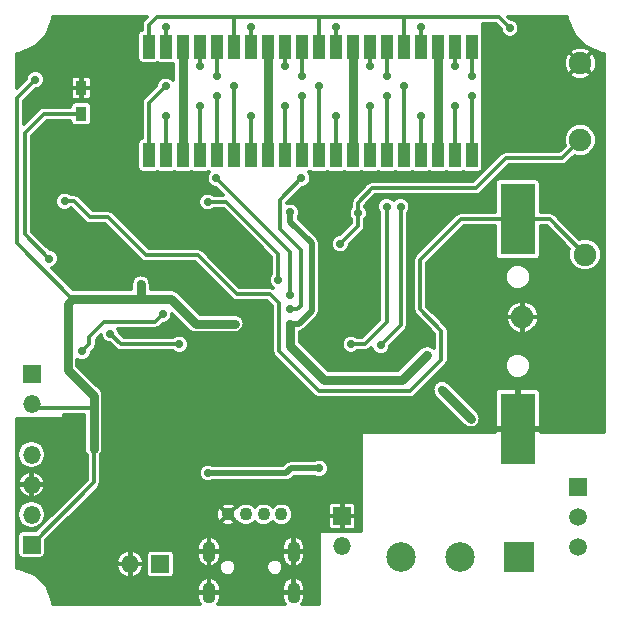
<source format=gbr>
G04 #@! TF.FileFunction,Copper,L1,Top,Signal*
%FSLAX46Y46*%
G04 Gerber Fmt 4.6, Leading zero omitted, Abs format (unit mm)*
G04 Created by KiCad (PCBNEW 4.0.2-stable) date 24.08.2018 1:20:05*
%MOMM*%
G01*
G04 APERTURE LIST*
%ADD10C,0.100000*%
%ADD11R,1.000000X2.000000*%
%ADD12R,0.900000X1.200000*%
%ADD13C,1.900000*%
%ADD14C,2.500000*%
%ADD15R,2.500000X2.500000*%
%ADD16R,1.500000X1.500000*%
%ADD17O,1.500000X1.500000*%
%ADD18C,1.500000*%
%ADD19O,1.100000X1.800000*%
%ADD20R,3.000000X6.000000*%
%ADD21C,1.100000*%
%ADD22C,0.700000*%
%ADD23C,0.750000*%
%ADD24C,0.500000*%
%ADD25C,0.300000*%
G04 APERTURE END LIST*
D10*
D11*
X133320000Y-61450000D03*
X134760000Y-61450000D03*
X136200000Y-61450000D03*
X137640000Y-61450000D03*
X139080000Y-61450000D03*
X139080000Y-52250000D03*
X137640000Y-52250000D03*
X136200000Y-52250000D03*
X134760000Y-52250000D03*
X133320000Y-52250000D03*
X111720000Y-61450000D03*
X113160000Y-61450000D03*
X114600000Y-61450000D03*
X116040000Y-61450000D03*
X117480000Y-61450000D03*
X117480000Y-52250000D03*
X116040000Y-52250000D03*
X114600000Y-52250000D03*
X113160000Y-52250000D03*
X111720000Y-52250000D03*
D12*
X106000000Y-55750000D03*
X106000000Y-57950000D03*
D11*
X118920000Y-61450000D03*
X120360000Y-61450000D03*
X121800000Y-61450000D03*
X123240000Y-61450000D03*
X124680000Y-61450000D03*
X124680000Y-52250000D03*
X123240000Y-52250000D03*
X121800000Y-52250000D03*
X120360000Y-52250000D03*
X118920000Y-52250000D03*
X126120000Y-61450000D03*
X127560000Y-61450000D03*
X129000000Y-61450000D03*
X130440000Y-61450000D03*
X131880000Y-61450000D03*
X131880000Y-52250000D03*
X130440000Y-52250000D03*
X129000000Y-52250000D03*
X127560000Y-52250000D03*
X126120000Y-52250000D03*
D13*
X148250000Y-53650000D03*
X148250000Y-60150000D03*
X148653301Y-69846699D03*
X143350000Y-75150000D03*
D14*
X133100000Y-95500000D03*
X138100000Y-95500000D03*
D15*
X143100000Y-95500000D03*
D16*
X128100000Y-92000000D03*
D17*
X128100000Y-94540000D03*
D16*
X148100000Y-89500000D03*
D18*
X148100000Y-92040000D03*
X148100000Y-94580000D03*
D16*
X112700000Y-96050000D03*
D17*
X110160000Y-96050000D03*
D16*
X101800000Y-80000000D03*
D17*
X101800000Y-82540000D03*
D16*
X101800000Y-94400000D03*
D17*
X101800000Y-91860000D03*
X101800000Y-89320000D03*
X101800000Y-86780000D03*
D19*
X116825000Y-95010000D03*
X123975000Y-95010000D03*
X116825000Y-98480000D03*
X123975000Y-98480000D03*
D20*
X142950000Y-66860000D03*
X142950000Y-84630000D03*
D21*
X122950000Y-91850000D03*
X121450000Y-91850000D03*
X119950000Y-91850000D03*
X118450000Y-91850000D03*
D22*
X139000000Y-83750000D03*
X135300000Y-78350000D03*
X136550000Y-81300000D03*
X123700000Y-66250000D03*
X119000000Y-75700000D03*
X123700000Y-75700000D03*
X131150000Y-80450000D03*
X111050000Y-72350000D03*
X102100000Y-55050000D03*
X105250000Y-73600000D03*
X107050000Y-82850000D03*
X107050000Y-86300000D03*
X140000000Y-82500000D03*
X140000000Y-78000000D03*
X140000000Y-74000000D03*
X137000000Y-74600000D03*
X133050000Y-78350000D03*
X135300000Y-76700000D03*
X137000000Y-80100000D03*
X146750000Y-50200000D03*
X143800000Y-50200000D03*
X146200000Y-53050000D03*
X149600000Y-55950000D03*
X141400000Y-52750000D03*
X143300000Y-54350000D03*
X144900000Y-55950000D03*
X108400000Y-65350000D03*
X142950000Y-80950000D03*
X145900000Y-71600000D03*
X148500000Y-74000000D03*
X148500000Y-79000000D03*
X148500000Y-84000000D03*
X145450000Y-84600000D03*
X123400000Y-89650000D03*
X124000000Y-85900000D03*
X124000000Y-83600000D03*
X126700000Y-83600000D03*
X128100000Y-85000000D03*
X128100000Y-88000000D03*
X106000000Y-96000000D03*
X105150000Y-94100000D03*
X104000000Y-98500000D03*
X108000000Y-98500000D03*
X112000000Y-98450000D03*
X113700000Y-89800000D03*
X114500000Y-87900000D03*
X113500000Y-85300000D03*
X115800000Y-83000000D03*
X117800000Y-83000000D03*
X117800000Y-85200000D03*
X111000000Y-86000000D03*
X101850000Y-84650000D03*
X115000000Y-72100000D03*
X110300000Y-76550000D03*
X109050000Y-78350000D03*
X107150000Y-78900000D03*
X148500000Y-66500000D03*
X148500000Y-63000000D03*
X136950000Y-66350000D03*
X135200000Y-66350000D03*
X140500000Y-59950000D03*
X130750000Y-66350000D03*
X105500000Y-53000000D03*
X102000000Y-53000000D03*
X111500000Y-55000000D03*
X108500000Y-55000000D03*
X108500000Y-50500000D03*
X104500000Y-50500000D03*
X114650000Y-63500000D03*
X116000000Y-66550000D03*
X109700000Y-65350000D03*
X102450000Y-63400000D03*
X103400000Y-60450000D03*
X107150000Y-62500000D03*
X109700000Y-62500000D03*
X112100000Y-68550000D03*
X116800000Y-69300000D03*
X110350000Y-59150000D03*
X108400000Y-59150000D03*
X127650000Y-78350000D03*
X135250000Y-63300000D03*
X119000000Y-77300000D03*
X121550000Y-77300000D03*
X119900000Y-72200000D03*
X121300000Y-72200000D03*
X108450000Y-68550000D03*
X107150000Y-65350000D03*
X120700000Y-90750000D03*
X116750000Y-88350000D03*
X126150000Y-87950000D03*
X127950000Y-68950000D03*
X129450000Y-66350000D03*
X122700000Y-72000000D03*
X116700000Y-65400000D03*
X104600000Y-65350000D03*
X133050000Y-65800000D03*
X131350000Y-77550000D03*
X131850000Y-65800000D03*
X128850000Y-77450000D03*
X108450000Y-76550000D03*
X114300000Y-77450000D03*
X124650000Y-63400000D03*
X123700000Y-74500000D03*
X123700000Y-73300000D03*
X117450000Y-63400000D03*
X112900000Y-74900000D03*
X106100000Y-78050000D03*
X113150000Y-55600000D03*
X133350000Y-55600000D03*
X126100000Y-55600000D03*
X118900000Y-55600000D03*
X113150000Y-58150000D03*
X134750000Y-58150000D03*
X127550000Y-58150000D03*
X120350000Y-58150000D03*
X114600000Y-59100000D03*
X137650000Y-57300000D03*
X130450000Y-57300000D03*
X116050000Y-57300000D03*
X123250000Y-57300000D03*
X131900000Y-56450000D03*
X139100000Y-56450000D03*
X117500000Y-56450000D03*
X124700000Y-56450000D03*
X117500000Y-54750000D03*
X124700000Y-54750000D03*
X131900000Y-54750000D03*
X139100000Y-54750000D03*
X123250000Y-53900000D03*
X116050000Y-53900000D03*
X130450000Y-53900000D03*
X137650000Y-53900000D03*
X134750000Y-50600000D03*
X127550000Y-50600000D03*
X113150000Y-50600000D03*
X120350000Y-50600000D03*
X142300000Y-50700000D03*
X103300000Y-70200000D03*
X121800000Y-59100000D03*
X129000000Y-59100000D03*
X136200000Y-59100000D03*
D23*
X133200000Y-80450000D02*
X135300000Y-78350000D01*
X133200000Y-80450000D02*
X131150000Y-80450000D01*
X139000000Y-83750000D02*
X136550000Y-81300000D01*
D24*
X123700000Y-75700000D02*
X124450000Y-75700000D01*
X123700000Y-67100000D02*
X123700000Y-66250000D01*
X123700000Y-67100000D02*
X125500000Y-68900000D01*
X125500000Y-68900000D02*
X125500000Y-74650000D01*
X124450000Y-75700000D02*
X125500000Y-74650000D01*
D23*
X123700000Y-75700000D02*
X123700000Y-77600000D01*
X111050000Y-73600000D02*
X113600000Y-73600000D01*
X113600000Y-73600000D02*
X115700000Y-75700000D01*
X119000000Y-75700000D02*
X115700000Y-75700000D01*
X126550000Y-80450000D02*
X131150000Y-80450000D01*
X123700000Y-77600000D02*
X126550000Y-80450000D01*
X111050000Y-72350000D02*
X111050000Y-73600000D01*
X105250000Y-73600000D02*
X111050000Y-73600000D01*
D25*
X105250000Y-73600000D02*
X100550000Y-68900000D01*
X100550000Y-56600000D02*
X102100000Y-55050000D01*
X100550000Y-68900000D02*
X100550000Y-56600000D01*
D23*
X105250000Y-73600000D02*
X104850000Y-74000000D01*
X107050000Y-81800000D02*
X107050000Y-82850000D01*
X104850000Y-79600000D02*
X107050000Y-81800000D01*
X104850000Y-74000000D02*
X104850000Y-79600000D01*
D25*
X107050000Y-82850000D02*
X102110000Y-82850000D01*
X102110000Y-82850000D02*
X101800000Y-82540000D01*
D23*
X107050000Y-86300000D02*
X107050000Y-82850000D01*
D25*
X101800000Y-94400000D02*
X107050000Y-89150000D01*
X107050000Y-89150000D02*
X107050000Y-86300000D01*
X143350000Y-75150000D02*
X141000000Y-75150000D01*
X140000000Y-78500000D02*
X140000000Y-82500000D01*
X140000000Y-78000000D02*
X140000000Y-78500000D01*
X140500000Y-74650000D02*
X140000000Y-74000000D01*
X141000000Y-75150000D02*
X140500000Y-74650000D01*
X143800000Y-50650000D02*
X143800000Y-50200000D01*
X146200000Y-53050000D02*
X143800000Y-50650000D01*
X148250000Y-53650000D02*
X147000000Y-54900000D01*
X141700000Y-52750000D02*
X141400000Y-52750000D01*
X143300000Y-54350000D02*
X141700000Y-52750000D01*
X146050000Y-54900000D02*
X144900000Y-55950000D01*
X147000000Y-54900000D02*
X146050000Y-54900000D01*
X142950000Y-84630000D02*
X142950000Y-80950000D01*
D24*
X142950000Y-84630000D02*
X142950000Y-80950000D01*
D25*
X145100000Y-75150000D02*
X145900000Y-74350000D01*
X145900000Y-74350000D02*
X145900000Y-71600000D01*
X148500000Y-74000000D02*
X148500000Y-79000000D01*
X143350000Y-75150000D02*
X145100000Y-75150000D01*
D24*
X142950000Y-84630000D02*
X142930000Y-84650000D01*
X142930000Y-84650000D02*
X141050000Y-84650000D01*
X141050000Y-84650000D02*
X140650000Y-84250000D01*
X142950000Y-84630000D02*
X142980000Y-84600000D01*
X142980000Y-84600000D02*
X145450000Y-84600000D01*
X145450000Y-84600000D02*
X145800000Y-84600000D01*
D25*
X128100000Y-92000000D02*
X128100000Y-88000000D01*
X124000000Y-85050000D02*
X124000000Y-85900000D01*
X124000000Y-83600000D02*
X124000000Y-85050000D01*
X128100000Y-85000000D02*
X126700000Y-83600000D01*
X105150000Y-95150000D02*
X106000000Y-96000000D01*
X105150000Y-94100000D02*
X105150000Y-95150000D01*
X116825000Y-98480000D02*
X112030000Y-98480000D01*
X108000000Y-98500000D02*
X104000000Y-98500000D01*
X112030000Y-98480000D02*
X112000000Y-98450000D01*
X115800000Y-83000000D02*
X113500000Y-85300000D01*
X117800000Y-85200000D02*
X117800000Y-83000000D01*
X107700000Y-78350000D02*
X109050000Y-78350000D01*
X107150000Y-78900000D02*
X107700000Y-78350000D01*
X148250000Y-53650000D02*
X150050000Y-55450000D01*
X150050000Y-61450000D02*
X148500000Y-63000000D01*
X150050000Y-55450000D02*
X150050000Y-61450000D01*
X136950000Y-66350000D02*
X135200000Y-66350000D01*
X102000000Y-53000000D02*
X105500000Y-53000000D01*
X102000000Y-53000000D02*
X104500000Y-50500000D01*
X108500000Y-50500000D02*
X108500000Y-55000000D01*
X114650000Y-63500000D02*
X114650000Y-65900000D01*
X115300000Y-66550000D02*
X116000000Y-66550000D01*
X114650000Y-65900000D02*
X115300000Y-66550000D01*
X109700000Y-65350000D02*
X109700000Y-62500000D01*
X105450000Y-62500000D02*
X103400000Y-60450000D01*
X107150000Y-62500000D02*
X105450000Y-62500000D01*
X112100000Y-68550000D02*
X112600000Y-69050000D01*
X116550000Y-69050000D02*
X116800000Y-69300000D01*
X112600000Y-69050000D02*
X116550000Y-69050000D01*
X121450000Y-77400000D02*
X119000000Y-77300000D01*
X121550000Y-77300000D02*
X121450000Y-77400000D01*
X121300000Y-72200000D02*
X119900000Y-72200000D01*
D24*
X126150000Y-87950000D02*
X123750000Y-87950000D01*
X123350000Y-88350000D02*
X116750000Y-88350000D01*
X123750000Y-87950000D02*
X123350000Y-88350000D01*
D25*
X130650000Y-64250000D02*
X139450000Y-64250000D01*
X142000000Y-61700000D02*
X146700000Y-61700000D01*
X139450000Y-64250000D02*
X142000000Y-61700000D01*
X148250000Y-60150000D02*
X146700000Y-61700000D01*
X129450000Y-65450000D02*
X130650000Y-64250000D01*
X129450000Y-65450000D02*
X129450000Y-66350000D01*
X129450000Y-66350000D02*
X129450000Y-66350000D01*
X127950000Y-68950000D02*
X129450000Y-67450000D01*
X129450000Y-67450000D02*
X129450000Y-66350000D01*
X116700000Y-65400000D02*
X118300000Y-65400000D01*
X122700000Y-69800000D02*
X122700000Y-72000000D01*
X118300000Y-65400000D02*
X122700000Y-69800000D01*
X116700000Y-65400000D02*
X116725000Y-65425000D01*
X136500000Y-78750000D02*
X136500000Y-76300000D01*
X122750000Y-73950000D02*
X122750000Y-78000000D01*
X122000000Y-73200000D02*
X122750000Y-73950000D01*
X111500000Y-69900000D02*
X115850000Y-69900000D01*
X104600000Y-65350000D02*
X105400000Y-65350000D01*
X106750000Y-66700000D02*
X105400000Y-65350000D01*
X108300000Y-66700000D02*
X106750000Y-66700000D01*
X111500000Y-69900000D02*
X108300000Y-66700000D01*
X126150000Y-81400000D02*
X133850000Y-81400000D01*
X115850000Y-69900000D02*
X119150000Y-73200000D01*
X122750000Y-78000000D02*
X126150000Y-81400000D01*
X119150000Y-73200000D02*
X122000000Y-73200000D01*
X136500000Y-78750000D02*
X133850000Y-81400000D01*
X138190000Y-66860000D02*
X142950000Y-66860000D01*
X134700000Y-70350000D02*
X138190000Y-66860000D01*
X134700000Y-74500000D02*
X134700000Y-70350000D01*
X136500000Y-76300000D02*
X134700000Y-74500000D01*
X148653301Y-69846699D02*
X145666602Y-66860000D01*
X145666602Y-66860000D02*
X142950000Y-66860000D01*
X131350000Y-77550000D02*
X133050000Y-75850000D01*
X133050000Y-75850000D02*
X133050000Y-65800000D01*
X131350000Y-77550000D02*
X131350000Y-77550000D01*
X128850000Y-77450000D02*
X130000000Y-77450000D01*
X131850000Y-75600000D02*
X131850000Y-65800000D01*
X130000000Y-77450000D02*
X131850000Y-75600000D01*
X108400000Y-76500000D02*
X108450000Y-76550000D01*
X109350000Y-77450000D02*
X114300000Y-77450000D01*
X108450000Y-76550000D02*
X109350000Y-77450000D01*
X123700000Y-74500000D02*
X124300000Y-74500000D01*
X124600000Y-74200000D02*
X124600000Y-73600000D01*
X124300000Y-74500000D02*
X124600000Y-74200000D01*
X122800000Y-65250000D02*
X124650000Y-63400000D01*
X122800000Y-67700000D02*
X122800000Y-65250000D01*
X124600000Y-73600000D02*
X124600000Y-69500000D01*
X124600000Y-69500000D02*
X122800000Y-67700000D01*
X117450000Y-63400000D02*
X123700000Y-69650000D01*
X123700000Y-73300000D02*
X123700000Y-69650000D01*
X106700000Y-77450000D02*
X106700000Y-76800000D01*
X106700000Y-76800000D02*
X107950000Y-75550000D01*
X112900000Y-74900000D02*
X112250000Y-75550000D01*
X112250000Y-75550000D02*
X107950000Y-75550000D01*
X106100000Y-78050000D02*
X106700000Y-77450000D01*
X111720000Y-61450000D02*
X111720000Y-57030000D01*
X111720000Y-57030000D02*
X113150000Y-55600000D01*
X133320000Y-61450000D02*
X133320000Y-55630000D01*
X133320000Y-55630000D02*
X133350000Y-55600000D01*
X118920000Y-55620000D02*
X118900000Y-55600000D01*
X118920000Y-55620000D02*
X118920000Y-61450000D01*
X126120000Y-61450000D02*
X126100000Y-55600000D01*
X113160000Y-58160000D02*
X113160000Y-61450000D01*
X113160000Y-58160000D02*
X113150000Y-58150000D01*
X134760000Y-61450000D02*
X134760000Y-58160000D01*
X134760000Y-58160000D02*
X134750000Y-58150000D01*
X127560000Y-61450000D02*
X127560000Y-58160000D01*
X127560000Y-58160000D02*
X127550000Y-58150000D01*
X120360000Y-58160000D02*
X120350000Y-58150000D01*
X120360000Y-58160000D02*
X120360000Y-61450000D01*
X114600000Y-59200000D02*
X114600000Y-61450000D01*
D23*
X114600000Y-59100000D02*
X114600000Y-59200000D01*
X114600000Y-52250000D02*
X114600000Y-58950000D01*
X114600000Y-58950000D02*
X114600000Y-61450000D01*
D25*
X137640000Y-61450000D02*
X137640000Y-57310000D01*
X137640000Y-57310000D02*
X137650000Y-57300000D01*
X130440000Y-61450000D02*
X130440000Y-57310000D01*
X130440000Y-57310000D02*
X130450000Y-57300000D01*
X116040000Y-61450000D02*
X116040000Y-57310000D01*
X116040000Y-57310000D02*
X116050000Y-57300000D01*
X123240000Y-57310000D02*
X123250000Y-57300000D01*
X123240000Y-57310000D02*
X123240000Y-61450000D01*
X131880000Y-61450000D02*
X131880000Y-56470000D01*
X131880000Y-56470000D02*
X131900000Y-56450000D01*
X139080000Y-61450000D02*
X139080000Y-56470000D01*
X139080000Y-56470000D02*
X139100000Y-56450000D01*
X117480000Y-56470000D02*
X117500000Y-56450000D01*
X117480000Y-61450000D02*
X117480000Y-56470000D01*
X124680000Y-56470000D02*
X124700000Y-56450000D01*
X124680000Y-56470000D02*
X124680000Y-61450000D01*
X117480000Y-54730000D02*
X117480000Y-52250000D01*
X117480000Y-54730000D02*
X117500000Y-54750000D01*
X124680000Y-54730000D02*
X124680000Y-52250000D01*
X124680000Y-54730000D02*
X124700000Y-54750000D01*
X131880000Y-54730000D02*
X131880000Y-52250000D01*
X131880000Y-54730000D02*
X131900000Y-54750000D01*
X139080000Y-54730000D02*
X139100000Y-54750000D01*
X139080000Y-52250000D02*
X139080000Y-54730000D01*
X123240000Y-52250000D02*
X123240000Y-53890000D01*
X123240000Y-53890000D02*
X123250000Y-53900000D01*
X116040000Y-53890000D02*
X116040000Y-52250000D01*
X116040000Y-53890000D02*
X116050000Y-53900000D01*
X130440000Y-53890000D02*
X130440000Y-52250000D01*
X130440000Y-53890000D02*
X130450000Y-53900000D01*
X137640000Y-53890000D02*
X137650000Y-53900000D01*
X137640000Y-53890000D02*
X137640000Y-52250000D01*
X134760000Y-50590000D02*
X134750000Y-50600000D01*
X134760000Y-50590000D02*
X134760000Y-52250000D01*
X127560000Y-50590000D02*
X127550000Y-50600000D01*
X127560000Y-50590000D02*
X127560000Y-52250000D01*
X113160000Y-50590000D02*
X113150000Y-50600000D01*
X113160000Y-52250000D02*
X113160000Y-50590000D01*
X120360000Y-50590000D02*
X120350000Y-50600000D01*
X120360000Y-50590000D02*
X120360000Y-52250000D01*
X141350000Y-49750000D02*
X142300000Y-50700000D01*
X141350000Y-49750000D02*
X133320000Y-49750000D01*
X133320000Y-52250000D02*
X133320000Y-49750000D01*
X126120000Y-52250000D02*
X126120000Y-49750000D01*
X118920000Y-52250000D02*
X118920000Y-49750000D01*
X112400000Y-49750000D02*
X118920000Y-49750000D01*
X118920000Y-49750000D02*
X126120000Y-49750000D01*
X126120000Y-49750000D02*
X133320000Y-49750000D01*
X111720000Y-50430000D02*
X112400000Y-49750000D01*
X111720000Y-52250000D02*
X111720000Y-50430000D01*
X101250000Y-68150000D02*
X101250000Y-59550000D01*
X101250000Y-59550000D02*
X102850000Y-57950000D01*
X102850000Y-57950000D02*
X106000000Y-57950000D01*
X103300000Y-70200000D02*
X101250000Y-68150000D01*
D23*
X121800000Y-52250000D02*
X121800000Y-59100000D01*
X121800000Y-59100000D02*
X121800000Y-61450000D01*
X129000000Y-52250000D02*
X129000000Y-59100000D01*
X129000000Y-59100000D02*
X129000000Y-61450000D01*
X136200000Y-52250000D02*
X136200000Y-59100000D01*
X136200000Y-59100000D02*
X136200000Y-61450000D01*
D25*
G36*
X111295736Y-50005736D02*
X111165672Y-50200390D01*
X111120000Y-50430000D01*
X111120000Y-50810000D01*
X111053240Y-50822562D01*
X110900081Y-50921117D01*
X110797332Y-51071495D01*
X110761184Y-51250000D01*
X110761184Y-53250000D01*
X110792562Y-53416760D01*
X110891117Y-53569919D01*
X111041495Y-53672668D01*
X111220000Y-53708816D01*
X112220000Y-53708816D01*
X112386760Y-53677438D01*
X112439143Y-53643730D01*
X112481495Y-53672668D01*
X112660000Y-53708816D01*
X113660000Y-53708816D01*
X113775000Y-53687177D01*
X113775000Y-55093732D01*
X113603755Y-54922188D01*
X113309828Y-54800139D01*
X112991568Y-54799861D01*
X112697428Y-54921397D01*
X112472188Y-55146245D01*
X112350139Y-55440172D01*
X112350042Y-55551430D01*
X111295736Y-56605736D01*
X111165672Y-56800390D01*
X111120000Y-57030000D01*
X111120000Y-60010000D01*
X111053240Y-60022562D01*
X110900081Y-60121117D01*
X110797332Y-60271495D01*
X110761184Y-60450000D01*
X110761184Y-62450000D01*
X110792562Y-62616760D01*
X110891117Y-62769919D01*
X111041495Y-62872668D01*
X111220000Y-62908816D01*
X112220000Y-62908816D01*
X112386760Y-62877438D01*
X112439143Y-62843730D01*
X112481495Y-62872668D01*
X112660000Y-62908816D01*
X113660000Y-62908816D01*
X113826760Y-62877438D01*
X113879143Y-62843730D01*
X113921495Y-62872668D01*
X114100000Y-62908816D01*
X115100000Y-62908816D01*
X115266760Y-62877438D01*
X115319143Y-62843730D01*
X115361495Y-62872668D01*
X115540000Y-62908816D01*
X116540000Y-62908816D01*
X116706760Y-62877438D01*
X116759143Y-62843730D01*
X116801495Y-62872668D01*
X116838406Y-62880143D01*
X116772188Y-62946245D01*
X116650139Y-63240172D01*
X116649861Y-63558432D01*
X116771397Y-63852572D01*
X116996245Y-64077812D01*
X117290172Y-64199861D01*
X117401430Y-64199958D01*
X118001472Y-64800000D01*
X117231432Y-64800000D01*
X117153755Y-64722188D01*
X116859828Y-64600139D01*
X116541568Y-64599861D01*
X116247428Y-64721397D01*
X116022188Y-64946245D01*
X115900139Y-65240172D01*
X115899861Y-65558432D01*
X116021397Y-65852572D01*
X116246245Y-66077812D01*
X116540172Y-66199861D01*
X116858432Y-66200139D01*
X117152572Y-66078603D01*
X117231312Y-66000000D01*
X118051472Y-66000000D01*
X122100000Y-70048528D01*
X122100000Y-71468568D01*
X122022188Y-71546245D01*
X121900139Y-71840172D01*
X121899861Y-72158432D01*
X122021397Y-72452572D01*
X122210333Y-72641838D01*
X122000000Y-72600000D01*
X119398528Y-72600000D01*
X116274264Y-69475736D01*
X116079610Y-69345672D01*
X115850000Y-69300000D01*
X111748528Y-69300000D01*
X108724264Y-66275736D01*
X108529610Y-66145672D01*
X108300000Y-66100000D01*
X106998528Y-66100000D01*
X105824264Y-64925736D01*
X105629610Y-64795672D01*
X105400000Y-64750000D01*
X105131432Y-64750000D01*
X105053755Y-64672188D01*
X104759828Y-64550139D01*
X104441568Y-64549861D01*
X104147428Y-64671397D01*
X103922188Y-64896245D01*
X103800139Y-65190172D01*
X103799861Y-65508432D01*
X103921397Y-65802572D01*
X104146245Y-66027812D01*
X104440172Y-66149861D01*
X104758432Y-66150139D01*
X105052572Y-66028603D01*
X105131312Y-65950000D01*
X105151472Y-65950000D01*
X106325736Y-67124264D01*
X106520389Y-67254328D01*
X106750000Y-67300000D01*
X108051472Y-67300000D01*
X111075736Y-70324264D01*
X111270389Y-70454328D01*
X111500000Y-70500000D01*
X115601472Y-70500000D01*
X118725736Y-73624264D01*
X118920390Y-73754328D01*
X119150000Y-73800000D01*
X121751472Y-73800000D01*
X122150000Y-74198528D01*
X122150000Y-78000000D01*
X122195672Y-78229610D01*
X122325736Y-78424264D01*
X125725736Y-81824264D01*
X125920390Y-81954328D01*
X126150000Y-82000000D01*
X133850000Y-82000000D01*
X134079610Y-81954328D01*
X134274264Y-81824264D01*
X134798528Y-81300000D01*
X135725000Y-81300000D01*
X135749890Y-81425132D01*
X135749861Y-81458432D01*
X135762690Y-81489480D01*
X135787799Y-81615714D01*
X135858680Y-81721795D01*
X135871397Y-81752572D01*
X135895132Y-81776348D01*
X135966637Y-81883363D01*
X138416637Y-84333363D01*
X138522719Y-84404245D01*
X138546245Y-84427812D01*
X138577269Y-84440694D01*
X138684286Y-84512201D01*
X138809419Y-84537091D01*
X138840172Y-84549861D01*
X138873764Y-84549890D01*
X139000000Y-84575000D01*
X139125132Y-84550110D01*
X139158432Y-84550139D01*
X139189480Y-84537310D01*
X139315714Y-84512201D01*
X139421795Y-84441320D01*
X139452572Y-84428603D01*
X139476348Y-84404868D01*
X139583363Y-84333363D01*
X139654245Y-84227281D01*
X139677812Y-84203755D01*
X139690694Y-84172731D01*
X139762201Y-84065714D01*
X139787091Y-83940581D01*
X139799861Y-83909828D01*
X139799890Y-83876236D01*
X139825000Y-83750000D01*
X139800110Y-83624868D01*
X139800139Y-83591568D01*
X139787310Y-83560520D01*
X139762201Y-83434286D01*
X139691320Y-83328205D01*
X139678603Y-83297428D01*
X139654868Y-83273652D01*
X139583363Y-83166637D01*
X137957215Y-81540489D01*
X141000000Y-81540489D01*
X141000000Y-84492500D01*
X141112500Y-84605000D01*
X142925000Y-84605000D01*
X142925000Y-81292500D01*
X142975000Y-81292500D01*
X142975000Y-84605000D01*
X144787500Y-84605000D01*
X144900000Y-84492500D01*
X144900000Y-81540489D01*
X144831491Y-81375095D01*
X144704904Y-81248508D01*
X144539510Y-81180000D01*
X143087500Y-81180000D01*
X142975000Y-81292500D01*
X142925000Y-81292500D01*
X142812500Y-81180000D01*
X141360490Y-81180000D01*
X141195096Y-81248508D01*
X141068509Y-81375095D01*
X141000000Y-81540489D01*
X137957215Y-81540489D01*
X137133363Y-80716637D01*
X137027281Y-80645755D01*
X137003755Y-80622188D01*
X136972731Y-80609306D01*
X136865714Y-80537799D01*
X136740581Y-80512909D01*
X136709828Y-80500139D01*
X136676236Y-80500110D01*
X136550000Y-80475000D01*
X136424868Y-80499890D01*
X136391568Y-80499861D01*
X136360520Y-80512690D01*
X136234286Y-80537799D01*
X136128205Y-80608680D01*
X136097428Y-80621397D01*
X136073652Y-80645132D01*
X135966637Y-80716637D01*
X135895755Y-80822719D01*
X135872188Y-80846245D01*
X135859306Y-80877269D01*
X135787799Y-80984286D01*
X135762909Y-81109419D01*
X135750139Y-81140172D01*
X135750110Y-81173764D01*
X135725000Y-81300000D01*
X134798528Y-81300000D01*
X136630684Y-79467844D01*
X141849810Y-79467844D01*
X142016922Y-79872286D01*
X142326087Y-80181991D01*
X142730237Y-80349808D01*
X143167844Y-80350190D01*
X143572286Y-80183078D01*
X143881991Y-79873913D01*
X144049808Y-79469763D01*
X144050190Y-79032156D01*
X143883078Y-78627714D01*
X143573913Y-78318009D01*
X143169763Y-78150192D01*
X142732156Y-78149810D01*
X142327714Y-78316922D01*
X142018009Y-78626087D01*
X141850192Y-79030237D01*
X141849810Y-79467844D01*
X136630684Y-79467844D01*
X136924264Y-79174264D01*
X137054328Y-78979610D01*
X137100000Y-78750000D01*
X137100000Y-76300000D01*
X137065337Y-76125736D01*
X137054328Y-76070389D01*
X136924264Y-75875736D01*
X136446485Y-75397957D01*
X141944273Y-75397957D01*
X142146167Y-75917031D01*
X142531333Y-76319331D01*
X143041134Y-76543611D01*
X143102043Y-76555727D01*
X143325000Y-76464690D01*
X143325000Y-75175000D01*
X143375000Y-75175000D01*
X143375000Y-76464690D01*
X143597957Y-76555727D01*
X144117031Y-76353833D01*
X144519331Y-75968667D01*
X144743611Y-75458866D01*
X144755727Y-75397957D01*
X144664690Y-75175000D01*
X143375000Y-75175000D01*
X143325000Y-75175000D01*
X142035310Y-75175000D01*
X141944273Y-75397957D01*
X136446485Y-75397957D01*
X135950571Y-74902043D01*
X141944273Y-74902043D01*
X142035310Y-75125000D01*
X143325000Y-75125000D01*
X143325000Y-73835310D01*
X143375000Y-73835310D01*
X143375000Y-75125000D01*
X144664690Y-75125000D01*
X144755727Y-74902043D01*
X144553833Y-74382969D01*
X144168667Y-73980669D01*
X143658866Y-73756389D01*
X143597957Y-73744273D01*
X143375000Y-73835310D01*
X143325000Y-73835310D01*
X143102043Y-73744273D01*
X142582969Y-73946167D01*
X142180669Y-74331333D01*
X141956389Y-74841134D01*
X141944273Y-74902043D01*
X135950571Y-74902043D01*
X135300000Y-74251472D01*
X135300000Y-71967844D01*
X141849810Y-71967844D01*
X142016922Y-72372286D01*
X142326087Y-72681991D01*
X142730237Y-72849808D01*
X143167844Y-72850190D01*
X143572286Y-72683078D01*
X143881991Y-72373913D01*
X144049808Y-71969763D01*
X144050190Y-71532156D01*
X143883078Y-71127714D01*
X143573913Y-70818009D01*
X143169763Y-70650192D01*
X142732156Y-70649810D01*
X142327714Y-70816922D01*
X142018009Y-71126087D01*
X141850192Y-71530237D01*
X141849810Y-71967844D01*
X135300000Y-71967844D01*
X135300000Y-70598528D01*
X138438528Y-67460000D01*
X140991184Y-67460000D01*
X140991184Y-69860000D01*
X141022562Y-70026760D01*
X141121117Y-70179919D01*
X141271495Y-70282668D01*
X141450000Y-70318816D01*
X144450000Y-70318816D01*
X144616760Y-70287438D01*
X144769919Y-70188883D01*
X144872668Y-70038505D01*
X144908816Y-69860000D01*
X144908816Y-67460000D01*
X145418074Y-67460000D01*
X147333212Y-69375138D01*
X147253544Y-69567000D01*
X147253058Y-70123955D01*
X147465746Y-70638699D01*
X147859229Y-71032869D01*
X148373602Y-71246456D01*
X148930557Y-71246942D01*
X149445301Y-71034254D01*
X149839471Y-70640771D01*
X150053058Y-70126398D01*
X150053544Y-69569443D01*
X149840856Y-69054699D01*
X149447373Y-68660529D01*
X148933000Y-68446942D01*
X148376045Y-68446456D01*
X148181833Y-68526703D01*
X146090866Y-66435736D01*
X145896212Y-66305672D01*
X145666602Y-66260000D01*
X144908816Y-66260000D01*
X144908816Y-63860000D01*
X144877438Y-63693240D01*
X144778883Y-63540081D01*
X144628505Y-63437332D01*
X144450000Y-63401184D01*
X141450000Y-63401184D01*
X141283240Y-63432562D01*
X141130081Y-63531117D01*
X141027332Y-63681495D01*
X140991184Y-63860000D01*
X140991184Y-66260000D01*
X138190000Y-66260000D01*
X137960389Y-66305672D01*
X137765736Y-66435736D01*
X134275736Y-69925736D01*
X134145672Y-70120390D01*
X134100000Y-70350000D01*
X134100000Y-74500000D01*
X134145672Y-74729610D01*
X134275736Y-74924264D01*
X135900000Y-76548528D01*
X135900000Y-77791536D01*
X135883363Y-77766637D01*
X135777281Y-77695755D01*
X135753755Y-77672188D01*
X135722731Y-77659306D01*
X135615714Y-77587799D01*
X135490581Y-77562909D01*
X135459828Y-77550139D01*
X135426236Y-77550110D01*
X135300000Y-77525000D01*
X135174868Y-77549890D01*
X135141568Y-77549861D01*
X135110520Y-77562690D01*
X134984286Y-77587799D01*
X134878205Y-77658680D01*
X134847428Y-77671397D01*
X134823652Y-77695132D01*
X134716637Y-77766637D01*
X132858274Y-79625000D01*
X126891726Y-79625000D01*
X124875158Y-77608432D01*
X128049861Y-77608432D01*
X128171397Y-77902572D01*
X128396245Y-78127812D01*
X128690172Y-78249861D01*
X129008432Y-78250139D01*
X129302572Y-78128603D01*
X129381312Y-78050000D01*
X130000000Y-78050000D01*
X130229610Y-78004328D01*
X130424264Y-77874264D01*
X130561625Y-77736903D01*
X130671397Y-78002572D01*
X130896245Y-78227812D01*
X131190172Y-78349861D01*
X131508432Y-78350139D01*
X131802572Y-78228603D01*
X132027812Y-78003755D01*
X132149861Y-77709828D01*
X132149958Y-77598570D01*
X133474264Y-76274264D01*
X133604328Y-76079610D01*
X133650000Y-75850000D01*
X133650000Y-66331432D01*
X133727812Y-66253755D01*
X133849861Y-65959828D01*
X133850139Y-65641568D01*
X133728603Y-65347428D01*
X133503755Y-65122188D01*
X133209828Y-65000139D01*
X132891568Y-64999861D01*
X132597428Y-65121397D01*
X132449940Y-65268628D01*
X132303755Y-65122188D01*
X132009828Y-65000139D01*
X131691568Y-64999861D01*
X131397428Y-65121397D01*
X131172188Y-65346245D01*
X131050139Y-65640172D01*
X131049861Y-65958432D01*
X131171397Y-66252572D01*
X131250000Y-66331312D01*
X131250000Y-75351472D01*
X129751472Y-76850000D01*
X129381432Y-76850000D01*
X129303755Y-76772188D01*
X129009828Y-76650139D01*
X128691568Y-76649861D01*
X128397428Y-76771397D01*
X128172188Y-76996245D01*
X128050139Y-77290172D01*
X128049861Y-77608432D01*
X124875158Y-77608432D01*
X124525000Y-77258274D01*
X124525000Y-76385082D01*
X124717879Y-76346716D01*
X124944975Y-76194975D01*
X125994975Y-75144975D01*
X126085457Y-75009559D01*
X126146716Y-74917878D01*
X126200000Y-74650000D01*
X126200000Y-69108432D01*
X127149861Y-69108432D01*
X127271397Y-69402572D01*
X127496245Y-69627812D01*
X127790172Y-69749861D01*
X128108432Y-69750139D01*
X128402572Y-69628603D01*
X128627812Y-69403755D01*
X128749861Y-69109828D01*
X128749958Y-68998570D01*
X129874264Y-67874264D01*
X130004328Y-67679611D01*
X130050000Y-67450000D01*
X130050000Y-66881432D01*
X130127812Y-66803755D01*
X130249861Y-66509828D01*
X130250139Y-66191568D01*
X130128603Y-65897428D01*
X130050000Y-65818688D01*
X130050000Y-65698528D01*
X130898528Y-64850000D01*
X139450000Y-64850000D01*
X139679610Y-64804328D01*
X139874264Y-64674264D01*
X142248528Y-62300000D01*
X146700000Y-62300000D01*
X146929610Y-62254328D01*
X147124264Y-62124264D01*
X147778439Y-61470089D01*
X147970301Y-61549757D01*
X148527256Y-61550243D01*
X149042000Y-61337555D01*
X149436170Y-60944072D01*
X149649757Y-60429699D01*
X149650243Y-59872744D01*
X149437555Y-59358000D01*
X149044072Y-58963830D01*
X148529699Y-58750243D01*
X147972744Y-58749757D01*
X147458000Y-58962445D01*
X147063830Y-59355928D01*
X146850243Y-59870301D01*
X146849757Y-60427256D01*
X146930004Y-60621468D01*
X146451472Y-61100000D01*
X142000000Y-61100000D01*
X141770390Y-61145672D01*
X141575736Y-61275736D01*
X139201472Y-63650000D01*
X130650000Y-63650000D01*
X130420390Y-63695672D01*
X130225736Y-63825736D01*
X129025736Y-65025736D01*
X128895672Y-65220390D01*
X128850000Y-65450000D01*
X128850000Y-65818568D01*
X128772188Y-65896245D01*
X128650139Y-66190172D01*
X128649861Y-66508432D01*
X128771397Y-66802572D01*
X128850000Y-66881312D01*
X128850000Y-67201472D01*
X127901515Y-68149957D01*
X127791568Y-68149861D01*
X127497428Y-68271397D01*
X127272188Y-68496245D01*
X127150139Y-68790172D01*
X127149861Y-69108432D01*
X126200000Y-69108432D01*
X126200000Y-68900000D01*
X126146716Y-68632122D01*
X125994975Y-68405025D01*
X125994972Y-68405023D01*
X124400000Y-66810050D01*
X124400000Y-66650320D01*
X124499861Y-66409828D01*
X124500139Y-66091568D01*
X124378603Y-65797428D01*
X124153755Y-65572188D01*
X123859828Y-65450139D01*
X123541568Y-65449861D01*
X123400000Y-65508356D01*
X123400000Y-65498528D01*
X124698485Y-64200043D01*
X124808432Y-64200139D01*
X125102572Y-64078603D01*
X125327812Y-63853755D01*
X125449861Y-63559828D01*
X125450139Y-63241568D01*
X125328603Y-62947428D01*
X125272654Y-62891382D01*
X125346760Y-62877438D01*
X125399143Y-62843730D01*
X125441495Y-62872668D01*
X125620000Y-62908816D01*
X126620000Y-62908816D01*
X126786760Y-62877438D01*
X126839143Y-62843730D01*
X126881495Y-62872668D01*
X127060000Y-62908816D01*
X128060000Y-62908816D01*
X128226760Y-62877438D01*
X128279143Y-62843730D01*
X128321495Y-62872668D01*
X128500000Y-62908816D01*
X129500000Y-62908816D01*
X129666760Y-62877438D01*
X129719143Y-62843730D01*
X129761495Y-62872668D01*
X129940000Y-62908816D01*
X130940000Y-62908816D01*
X131106760Y-62877438D01*
X131159143Y-62843730D01*
X131201495Y-62872668D01*
X131380000Y-62908816D01*
X132380000Y-62908816D01*
X132546760Y-62877438D01*
X132599143Y-62843730D01*
X132641495Y-62872668D01*
X132820000Y-62908816D01*
X133820000Y-62908816D01*
X133986760Y-62877438D01*
X134039143Y-62843730D01*
X134081495Y-62872668D01*
X134260000Y-62908816D01*
X135260000Y-62908816D01*
X135426760Y-62877438D01*
X135479143Y-62843730D01*
X135521495Y-62872668D01*
X135700000Y-62908816D01*
X136700000Y-62908816D01*
X136866760Y-62877438D01*
X136919143Y-62843730D01*
X136961495Y-62872668D01*
X137140000Y-62908816D01*
X138140000Y-62908816D01*
X138306760Y-62877438D01*
X138359143Y-62843730D01*
X138401495Y-62872668D01*
X138580000Y-62908816D01*
X139580000Y-62908816D01*
X139746760Y-62877438D01*
X139899919Y-62778883D01*
X140002668Y-62628505D01*
X140038816Y-62450000D01*
X140038816Y-60450000D01*
X140025124Y-60377235D01*
X140039742Y-60354519D01*
X140050000Y-60300000D01*
X140050000Y-54597304D01*
X147338051Y-54597304D01*
X147431333Y-54819331D01*
X147941134Y-55043611D01*
X148497957Y-55055727D01*
X149017031Y-54853833D01*
X149068667Y-54819331D01*
X149161949Y-54597304D01*
X148250000Y-53685355D01*
X147338051Y-54597304D01*
X140050000Y-54597304D01*
X140050000Y-53897957D01*
X146844273Y-53897957D01*
X147046167Y-54417031D01*
X147080669Y-54468667D01*
X147302696Y-54561949D01*
X148214645Y-53650000D01*
X148285355Y-53650000D01*
X149197304Y-54561949D01*
X149419331Y-54468667D01*
X149643611Y-53958866D01*
X149655727Y-53402043D01*
X149453833Y-52882969D01*
X149419331Y-52831333D01*
X149197304Y-52738051D01*
X148285355Y-53650000D01*
X148214645Y-53650000D01*
X147302696Y-52738051D01*
X147080669Y-52831333D01*
X146856389Y-53341134D01*
X146844273Y-53897957D01*
X140050000Y-53897957D01*
X140050000Y-52702696D01*
X147338051Y-52702696D01*
X148250000Y-53614645D01*
X149161949Y-52702696D01*
X149068667Y-52480669D01*
X148558866Y-52256389D01*
X148002043Y-52244273D01*
X147482969Y-52446167D01*
X147431333Y-52480669D01*
X147338051Y-52702696D01*
X140050000Y-52702696D01*
X140050000Y-50350000D01*
X141101472Y-50350000D01*
X141499957Y-50748485D01*
X141499861Y-50858432D01*
X141621397Y-51152572D01*
X141846245Y-51377812D01*
X142140172Y-51499861D01*
X142458432Y-51500139D01*
X142752572Y-51378603D01*
X142977812Y-51153755D01*
X143099861Y-50859828D01*
X143100139Y-50541568D01*
X142978603Y-50247428D01*
X142753755Y-50022188D01*
X142459828Y-49900139D01*
X142348570Y-49900042D01*
X142173528Y-49725000D01*
X147149541Y-49725000D01*
X147149368Y-49922845D01*
X147703876Y-51264858D01*
X148729741Y-52292515D01*
X150070785Y-52849365D01*
X150275000Y-52849543D01*
X150275000Y-84850000D01*
X144900000Y-84850000D01*
X144900000Y-84767500D01*
X144787500Y-84655000D01*
X142975000Y-84655000D01*
X142975000Y-84675000D01*
X142925000Y-84675000D01*
X142925000Y-84655000D01*
X141112500Y-84655000D01*
X141000000Y-84767500D01*
X141000000Y-84850000D01*
X129800000Y-84850000D01*
X129741642Y-84861818D01*
X129692479Y-84895409D01*
X129660258Y-84945481D01*
X129650000Y-85000000D01*
X129650000Y-93250000D01*
X126300000Y-93250000D01*
X126241642Y-93261818D01*
X126192479Y-93295409D01*
X126160258Y-93345481D01*
X126150000Y-93400000D01*
X126150000Y-99475000D01*
X124720673Y-99475000D01*
X124889312Y-99235780D01*
X124975000Y-98855000D01*
X124975000Y-98505000D01*
X124000000Y-98505000D01*
X124000000Y-98525000D01*
X123950000Y-98525000D01*
X123950000Y-98505000D01*
X122975000Y-98505000D01*
X122975000Y-98855000D01*
X123060688Y-99235780D01*
X123229327Y-99475000D01*
X117570673Y-99475000D01*
X117739312Y-99235780D01*
X117825000Y-98855000D01*
X117825000Y-98505000D01*
X116850000Y-98505000D01*
X116850000Y-98525000D01*
X116800000Y-98525000D01*
X116800000Y-98505000D01*
X115825000Y-98505000D01*
X115825000Y-98855000D01*
X115910688Y-99235780D01*
X116079327Y-99475000D01*
X103650459Y-99475000D01*
X103650632Y-99277155D01*
X103166308Y-98105000D01*
X115825000Y-98105000D01*
X115825000Y-98455000D01*
X116800000Y-98455000D01*
X116800000Y-97242852D01*
X116850000Y-97242852D01*
X116850000Y-98455000D01*
X117825000Y-98455000D01*
X117825000Y-98105000D01*
X122975000Y-98105000D01*
X122975000Y-98455000D01*
X123950000Y-98455000D01*
X123950000Y-97242852D01*
X124000000Y-97242852D01*
X124000000Y-98455000D01*
X124975000Y-98455000D01*
X124975000Y-98105000D01*
X124889312Y-97724220D01*
X124664429Y-97405216D01*
X124334587Y-97196554D01*
X124156078Y-97146532D01*
X124000000Y-97242852D01*
X123950000Y-97242852D01*
X123793922Y-97146532D01*
X123615413Y-97196554D01*
X123285571Y-97405216D01*
X123060688Y-97724220D01*
X122975000Y-98105000D01*
X117825000Y-98105000D01*
X117739312Y-97724220D01*
X117514429Y-97405216D01*
X117184587Y-97196554D01*
X117006078Y-97146532D01*
X116850000Y-97242852D01*
X116800000Y-97242852D01*
X116643922Y-97146532D01*
X116465413Y-97196554D01*
X116135571Y-97405216D01*
X115910688Y-97724220D01*
X115825000Y-98105000D01*
X103166308Y-98105000D01*
X103096124Y-97935142D01*
X102070259Y-96907485D01*
X100729215Y-96350635D01*
X100525000Y-96350457D01*
X100525000Y-96262373D01*
X108978940Y-96262373D01*
X109150114Y-96698179D01*
X109475034Y-97035306D01*
X109904234Y-97222429D01*
X109947627Y-97231058D01*
X110135000Y-97137213D01*
X110135000Y-96075000D01*
X110185000Y-96075000D01*
X110185000Y-97137213D01*
X110372373Y-97231058D01*
X110415766Y-97222429D01*
X110844966Y-97035306D01*
X111169886Y-96698179D01*
X111341060Y-96262373D01*
X111247242Y-96075000D01*
X110185000Y-96075000D01*
X110135000Y-96075000D01*
X109072758Y-96075000D01*
X108978940Y-96262373D01*
X100525000Y-96262373D01*
X100525000Y-95837627D01*
X108978940Y-95837627D01*
X109072758Y-96025000D01*
X110135000Y-96025000D01*
X110135000Y-94962787D01*
X110185000Y-94962787D01*
X110185000Y-96025000D01*
X111247242Y-96025000D01*
X111341060Y-95837627D01*
X111169886Y-95401821D01*
X111071752Y-95300000D01*
X111491184Y-95300000D01*
X111491184Y-96800000D01*
X111522562Y-96966760D01*
X111621117Y-97119919D01*
X111771495Y-97222668D01*
X111950000Y-97258816D01*
X113450000Y-97258816D01*
X113616760Y-97227438D01*
X113769919Y-97128883D01*
X113872668Y-96978505D01*
X113908816Y-96800000D01*
X113908816Y-96473579D01*
X117674874Y-96473579D01*
X117785016Y-96740143D01*
X117988784Y-96944267D01*
X118255156Y-97054874D01*
X118543579Y-97055126D01*
X118810143Y-96944984D01*
X119014267Y-96741216D01*
X119124874Y-96474844D01*
X119124875Y-96473579D01*
X121674874Y-96473579D01*
X121785016Y-96740143D01*
X121988784Y-96944267D01*
X122255156Y-97054874D01*
X122543579Y-97055126D01*
X122810143Y-96944984D01*
X123014267Y-96741216D01*
X123124874Y-96474844D01*
X123125126Y-96186421D01*
X123014984Y-95919857D01*
X122811216Y-95715733D01*
X122544844Y-95605126D01*
X122256421Y-95604874D01*
X121989857Y-95715016D01*
X121785733Y-95918784D01*
X121675126Y-96185156D01*
X121674874Y-96473579D01*
X119124875Y-96473579D01*
X119125126Y-96186421D01*
X119014984Y-95919857D01*
X118811216Y-95715733D01*
X118544844Y-95605126D01*
X118256421Y-95604874D01*
X117989857Y-95715016D01*
X117785733Y-95918784D01*
X117675126Y-96185156D01*
X117674874Y-96473579D01*
X113908816Y-96473579D01*
X113908816Y-95300000D01*
X113877438Y-95133240D01*
X113814223Y-95035000D01*
X115825000Y-95035000D01*
X115825000Y-95385000D01*
X115910688Y-95765780D01*
X116135571Y-96084784D01*
X116465413Y-96293446D01*
X116643922Y-96343468D01*
X116800000Y-96247148D01*
X116800000Y-95035000D01*
X116850000Y-95035000D01*
X116850000Y-96247148D01*
X117006078Y-96343468D01*
X117184587Y-96293446D01*
X117514429Y-96084784D01*
X117739312Y-95765780D01*
X117825000Y-95385000D01*
X117825000Y-95035000D01*
X122975000Y-95035000D01*
X122975000Y-95385000D01*
X123060688Y-95765780D01*
X123285571Y-96084784D01*
X123615413Y-96293446D01*
X123793922Y-96343468D01*
X123950000Y-96247148D01*
X123950000Y-95035000D01*
X124000000Y-95035000D01*
X124000000Y-96247148D01*
X124156078Y-96343468D01*
X124334587Y-96293446D01*
X124664429Y-96084784D01*
X124889312Y-95765780D01*
X124975000Y-95385000D01*
X124975000Y-95035000D01*
X124000000Y-95035000D01*
X123950000Y-95035000D01*
X122975000Y-95035000D01*
X117825000Y-95035000D01*
X116850000Y-95035000D01*
X116800000Y-95035000D01*
X115825000Y-95035000D01*
X113814223Y-95035000D01*
X113778883Y-94980081D01*
X113628505Y-94877332D01*
X113450000Y-94841184D01*
X111950000Y-94841184D01*
X111783240Y-94872562D01*
X111630081Y-94971117D01*
X111527332Y-95121495D01*
X111491184Y-95300000D01*
X111071752Y-95300000D01*
X110844966Y-95064694D01*
X110415766Y-94877571D01*
X110372373Y-94868942D01*
X110185000Y-94962787D01*
X110135000Y-94962787D01*
X109947627Y-94868942D01*
X109904234Y-94877571D01*
X109475034Y-95064694D01*
X109150114Y-95401821D01*
X108978940Y-95837627D01*
X100525000Y-95837627D01*
X100525000Y-89532373D01*
X100618942Y-89532373D01*
X100627571Y-89575766D01*
X100814694Y-90004966D01*
X101151821Y-90329886D01*
X101587627Y-90501060D01*
X101775000Y-90407242D01*
X101775000Y-89345000D01*
X101825000Y-89345000D01*
X101825000Y-90407242D01*
X102012373Y-90501060D01*
X102448179Y-90329886D01*
X102785306Y-90004966D01*
X102972429Y-89575766D01*
X102981058Y-89532373D01*
X102887213Y-89345000D01*
X101825000Y-89345000D01*
X101775000Y-89345000D01*
X100712787Y-89345000D01*
X100618942Y-89532373D01*
X100525000Y-89532373D01*
X100525000Y-89107627D01*
X100618942Y-89107627D01*
X100712787Y-89295000D01*
X101775000Y-89295000D01*
X101775000Y-88232758D01*
X101825000Y-88232758D01*
X101825000Y-89295000D01*
X102887213Y-89295000D01*
X102981058Y-89107627D01*
X102972429Y-89064234D01*
X102785306Y-88635034D01*
X102448179Y-88310114D01*
X102012373Y-88138940D01*
X101825000Y-88232758D01*
X101775000Y-88232758D01*
X101587627Y-88138940D01*
X101151821Y-88310114D01*
X100814694Y-88635034D01*
X100627571Y-89064234D01*
X100618942Y-89107627D01*
X100525000Y-89107627D01*
X100525000Y-86780000D01*
X100576491Y-86780000D01*
X100667836Y-87239220D01*
X100927963Y-87628528D01*
X101317271Y-87888655D01*
X101776491Y-87980000D01*
X101823509Y-87980000D01*
X102282729Y-87888655D01*
X102672037Y-87628528D01*
X102932164Y-87239220D01*
X103023509Y-86780000D01*
X102932164Y-86320780D01*
X102672037Y-85931472D01*
X102282729Y-85671345D01*
X101823509Y-85580000D01*
X101776491Y-85580000D01*
X101317271Y-85671345D01*
X100927963Y-85931472D01*
X100667836Y-86320780D01*
X100576491Y-86780000D01*
X100525000Y-86780000D01*
X100525000Y-83750000D01*
X104400000Y-83750000D01*
X104458358Y-83738182D01*
X104507521Y-83704591D01*
X104539742Y-83654519D01*
X104550000Y-83600000D01*
X104550000Y-83450000D01*
X106225000Y-83450000D01*
X106225000Y-86300000D01*
X106249890Y-86425132D01*
X106249861Y-86458432D01*
X106262690Y-86489480D01*
X106287799Y-86615714D01*
X106358680Y-86721795D01*
X106371397Y-86752572D01*
X106395132Y-86776348D01*
X106450000Y-86858464D01*
X106450000Y-88901472D01*
X102730620Y-92620852D01*
X102932164Y-92319220D01*
X103023509Y-91860000D01*
X102932164Y-91400780D01*
X102672037Y-91011472D01*
X102282729Y-90751345D01*
X101823509Y-90660000D01*
X101776491Y-90660000D01*
X101317271Y-90751345D01*
X100927963Y-91011472D01*
X100667836Y-91400780D01*
X100576491Y-91860000D01*
X100667836Y-92319220D01*
X100927963Y-92708528D01*
X101317271Y-92968655D01*
X101776491Y-93060000D01*
X101823509Y-93060000D01*
X102282729Y-92968655D01*
X102584361Y-92767111D01*
X102160288Y-93191184D01*
X101050000Y-93191184D01*
X100883240Y-93222562D01*
X100730081Y-93321117D01*
X100627332Y-93471495D01*
X100591184Y-93650000D01*
X100591184Y-95150000D01*
X100622562Y-95316760D01*
X100721117Y-95469919D01*
X100871495Y-95572668D01*
X101050000Y-95608816D01*
X102550000Y-95608816D01*
X102716760Y-95577438D01*
X102869919Y-95478883D01*
X102972668Y-95328505D01*
X103008816Y-95150000D01*
X103008816Y-94635000D01*
X115825000Y-94635000D01*
X115825000Y-94985000D01*
X116800000Y-94985000D01*
X116800000Y-93772852D01*
X116850000Y-93772852D01*
X116850000Y-94985000D01*
X117825000Y-94985000D01*
X117825000Y-94635000D01*
X122975000Y-94635000D01*
X122975000Y-94985000D01*
X123950000Y-94985000D01*
X123950000Y-93772852D01*
X124000000Y-93772852D01*
X124000000Y-94985000D01*
X124975000Y-94985000D01*
X124975000Y-94635000D01*
X124889312Y-94254220D01*
X124664429Y-93935216D01*
X124334587Y-93726554D01*
X124156078Y-93676532D01*
X124000000Y-93772852D01*
X123950000Y-93772852D01*
X123793922Y-93676532D01*
X123615413Y-93726554D01*
X123285571Y-93935216D01*
X123060688Y-94254220D01*
X122975000Y-94635000D01*
X117825000Y-94635000D01*
X117739312Y-94254220D01*
X117514429Y-93935216D01*
X117184587Y-93726554D01*
X117006078Y-93676532D01*
X116850000Y-93772852D01*
X116800000Y-93772852D01*
X116643922Y-93676532D01*
X116465413Y-93726554D01*
X116135571Y-93935216D01*
X115910688Y-94254220D01*
X115825000Y-94635000D01*
X103008816Y-94635000D01*
X103008816Y-94039712D01*
X104539684Y-92508844D01*
X117826511Y-92508844D01*
X117871105Y-92689312D01*
X118236362Y-92846957D01*
X118634143Y-92852824D01*
X119003890Y-92706020D01*
X119028895Y-92689312D01*
X119073489Y-92508844D01*
X118450000Y-91885355D01*
X117826511Y-92508844D01*
X104539684Y-92508844D01*
X105014385Y-92034143D01*
X117447176Y-92034143D01*
X117593980Y-92403890D01*
X117610688Y-92428895D01*
X117791156Y-92473489D01*
X118414645Y-91850000D01*
X118485355Y-91850000D01*
X119108844Y-92473489D01*
X119149414Y-92463464D01*
X119382806Y-92697264D01*
X119750215Y-92849826D01*
X120148040Y-92850173D01*
X120515714Y-92698253D01*
X120700075Y-92514214D01*
X120882806Y-92697264D01*
X121250215Y-92849826D01*
X121648040Y-92850173D01*
X122015714Y-92698253D01*
X122200075Y-92514214D01*
X122382806Y-92697264D01*
X122750215Y-92849826D01*
X123148040Y-92850173D01*
X123515714Y-92698253D01*
X123797264Y-92417194D01*
X123913403Y-92137500D01*
X126900000Y-92137500D01*
X126900000Y-92839510D01*
X126968508Y-93004904D01*
X127095095Y-93131491D01*
X127260489Y-93200000D01*
X127962500Y-93200000D01*
X128075000Y-93087500D01*
X128075000Y-92025000D01*
X128125000Y-92025000D01*
X128125000Y-93087500D01*
X128237500Y-93200000D01*
X128939511Y-93200000D01*
X129104905Y-93131491D01*
X129231492Y-93004904D01*
X129300000Y-92839510D01*
X129300000Y-92137500D01*
X129187500Y-92025000D01*
X128125000Y-92025000D01*
X128075000Y-92025000D01*
X127012500Y-92025000D01*
X126900000Y-92137500D01*
X123913403Y-92137500D01*
X123949826Y-92049785D01*
X123950173Y-91651960D01*
X123798253Y-91284286D01*
X123674673Y-91160490D01*
X126900000Y-91160490D01*
X126900000Y-91862500D01*
X127012500Y-91975000D01*
X128075000Y-91975000D01*
X128075000Y-90912500D01*
X128125000Y-90912500D01*
X128125000Y-91975000D01*
X129187500Y-91975000D01*
X129300000Y-91862500D01*
X129300000Y-91160490D01*
X129231492Y-90995096D01*
X129104905Y-90868509D01*
X128939511Y-90800000D01*
X128237500Y-90800000D01*
X128125000Y-90912500D01*
X128075000Y-90912500D01*
X127962500Y-90800000D01*
X127260489Y-90800000D01*
X127095095Y-90868509D01*
X126968508Y-90995096D01*
X126900000Y-91160490D01*
X123674673Y-91160490D01*
X123517194Y-91002736D01*
X123149785Y-90850174D01*
X122751960Y-90849827D01*
X122384286Y-91001747D01*
X122199925Y-91185786D01*
X122017194Y-91002736D01*
X121649785Y-90850174D01*
X121251960Y-90849827D01*
X120884286Y-91001747D01*
X120699925Y-91185786D01*
X120517194Y-91002736D01*
X120149785Y-90850174D01*
X119751960Y-90849827D01*
X119384286Y-91001747D01*
X119149152Y-91236471D01*
X119108844Y-91226511D01*
X118485355Y-91850000D01*
X118414645Y-91850000D01*
X117791156Y-91226511D01*
X117610688Y-91271105D01*
X117453043Y-91636362D01*
X117447176Y-92034143D01*
X105014385Y-92034143D01*
X105857372Y-91191156D01*
X117826511Y-91191156D01*
X118450000Y-91814645D01*
X119073489Y-91191156D01*
X119028895Y-91010688D01*
X118663638Y-90853043D01*
X118265857Y-90847176D01*
X117896110Y-90993980D01*
X117871105Y-91010688D01*
X117826511Y-91191156D01*
X105857372Y-91191156D01*
X107474264Y-89574264D01*
X107604328Y-89379610D01*
X107650000Y-89150000D01*
X107650000Y-88508432D01*
X115949861Y-88508432D01*
X116071397Y-88802572D01*
X116296245Y-89027812D01*
X116590172Y-89149861D01*
X116908432Y-89150139D01*
X117150787Y-89050000D01*
X123350000Y-89050000D01*
X123617879Y-88996716D01*
X123844975Y-88844975D01*
X124039950Y-88650000D01*
X125749680Y-88650000D01*
X125990172Y-88749861D01*
X126308432Y-88750139D01*
X126602572Y-88628603D01*
X126827812Y-88403755D01*
X126949861Y-88109828D01*
X126950139Y-87791568D01*
X126828603Y-87497428D01*
X126603755Y-87272188D01*
X126309828Y-87150139D01*
X125991568Y-87149861D01*
X125749213Y-87250000D01*
X123750000Y-87250000D01*
X123482122Y-87303284D01*
X123255025Y-87455025D01*
X123255023Y-87455028D01*
X123060051Y-87650000D01*
X117150320Y-87650000D01*
X116909828Y-87550139D01*
X116591568Y-87549861D01*
X116297428Y-87671397D01*
X116072188Y-87896245D01*
X115950139Y-88190172D01*
X115949861Y-88508432D01*
X107650000Y-88508432D01*
X107650000Y-86858464D01*
X107704245Y-86777281D01*
X107727812Y-86753755D01*
X107740694Y-86722731D01*
X107812201Y-86615714D01*
X107837091Y-86490581D01*
X107849861Y-86459828D01*
X107849890Y-86426236D01*
X107875000Y-86300000D01*
X107875000Y-81800000D01*
X107812201Y-81484286D01*
X107633363Y-81216637D01*
X105675000Y-79258274D01*
X105675000Y-78739752D01*
X105940172Y-78849861D01*
X106258432Y-78850139D01*
X106552572Y-78728603D01*
X106777812Y-78503755D01*
X106899861Y-78209828D01*
X106899958Y-78098570D01*
X107124264Y-77874264D01*
X107254328Y-77679610D01*
X107300000Y-77450000D01*
X107300000Y-77048528D01*
X107649870Y-76698658D01*
X107649861Y-76708432D01*
X107771397Y-77002572D01*
X107996245Y-77227812D01*
X108290172Y-77349861D01*
X108401430Y-77349958D01*
X108925736Y-77874264D01*
X109120390Y-78004328D01*
X109350000Y-78050000D01*
X113768568Y-78050000D01*
X113846245Y-78127812D01*
X114140172Y-78249861D01*
X114458432Y-78250139D01*
X114752572Y-78128603D01*
X114977812Y-77903755D01*
X115099861Y-77609828D01*
X115100139Y-77291568D01*
X114978603Y-76997428D01*
X114753755Y-76772188D01*
X114459828Y-76650139D01*
X114141568Y-76649861D01*
X113847428Y-76771397D01*
X113768688Y-76850000D01*
X109598528Y-76850000D01*
X109250043Y-76501515D01*
X109250139Y-76391568D01*
X109150325Y-76150000D01*
X112250000Y-76150000D01*
X112479610Y-76104328D01*
X112674264Y-75974264D01*
X112948485Y-75700043D01*
X113058432Y-75700139D01*
X113352572Y-75578603D01*
X113577812Y-75353755D01*
X113699861Y-75059828D01*
X113700030Y-74866756D01*
X115116637Y-76283363D01*
X115384286Y-76462201D01*
X115700000Y-76525000D01*
X119000000Y-76525000D01*
X119125132Y-76500110D01*
X119158432Y-76500139D01*
X119189480Y-76487310D01*
X119315714Y-76462201D01*
X119421795Y-76391320D01*
X119452572Y-76378603D01*
X119476348Y-76354868D01*
X119583363Y-76283363D01*
X119654245Y-76177281D01*
X119677812Y-76153755D01*
X119690694Y-76122731D01*
X119762201Y-76015714D01*
X119787091Y-75890581D01*
X119799861Y-75859828D01*
X119799890Y-75826236D01*
X119825000Y-75700000D01*
X119800110Y-75574868D01*
X119800139Y-75541568D01*
X119787310Y-75510520D01*
X119762201Y-75384286D01*
X119691320Y-75278205D01*
X119678603Y-75247428D01*
X119654868Y-75223652D01*
X119583363Y-75116637D01*
X119477281Y-75045755D01*
X119453755Y-75022188D01*
X119422731Y-75009306D01*
X119315714Y-74937799D01*
X119190581Y-74912909D01*
X119159828Y-74900139D01*
X119126236Y-74900110D01*
X119000000Y-74875000D01*
X116041726Y-74875000D01*
X114183363Y-73016637D01*
X113915714Y-72837799D01*
X113600000Y-72775000D01*
X111875000Y-72775000D01*
X111875000Y-72350000D01*
X111850110Y-72224868D01*
X111850139Y-72191568D01*
X111837310Y-72160520D01*
X111812201Y-72034286D01*
X111741320Y-71928205D01*
X111728603Y-71897428D01*
X111704868Y-71873652D01*
X111633363Y-71766637D01*
X111527281Y-71695755D01*
X111503755Y-71672188D01*
X111472731Y-71659306D01*
X111365714Y-71587799D01*
X111240581Y-71562909D01*
X111209828Y-71550139D01*
X111176236Y-71550110D01*
X111050000Y-71525000D01*
X110924868Y-71549890D01*
X110891568Y-71549861D01*
X110860520Y-71562690D01*
X110734286Y-71587799D01*
X110628205Y-71658680D01*
X110597428Y-71671397D01*
X110573652Y-71695132D01*
X110466637Y-71766637D01*
X110395755Y-71872719D01*
X110372188Y-71896245D01*
X110359306Y-71927269D01*
X110287799Y-72034286D01*
X110262909Y-72159419D01*
X110250139Y-72190172D01*
X110250110Y-72223764D01*
X110225000Y-72350000D01*
X110225000Y-72775000D01*
X105273528Y-72775000D01*
X103486903Y-70988375D01*
X103752572Y-70878603D01*
X103977812Y-70653755D01*
X104099861Y-70359828D01*
X104100139Y-70041568D01*
X103978603Y-69747428D01*
X103753755Y-69522188D01*
X103459828Y-69400139D01*
X103348570Y-69400042D01*
X101850000Y-67901472D01*
X101850000Y-59798528D01*
X103098528Y-58550000D01*
X105091184Y-58550000D01*
X105122562Y-58716760D01*
X105221117Y-58869919D01*
X105371495Y-58972668D01*
X105550000Y-59008816D01*
X106450000Y-59008816D01*
X106616760Y-58977438D01*
X106769919Y-58878883D01*
X106872668Y-58728505D01*
X106908816Y-58550000D01*
X106908816Y-57350000D01*
X106877438Y-57183240D01*
X106778883Y-57030081D01*
X106628505Y-56927332D01*
X106450000Y-56891184D01*
X105550000Y-56891184D01*
X105383240Y-56922562D01*
X105230081Y-57021117D01*
X105127332Y-57171495D01*
X105091184Y-57350000D01*
X102850000Y-57350000D01*
X102620390Y-57395672D01*
X102425736Y-57525736D01*
X101150000Y-58801472D01*
X101150000Y-56848528D01*
X102111028Y-55887500D01*
X105100000Y-55887500D01*
X105100000Y-56439511D01*
X105168509Y-56604905D01*
X105295096Y-56731492D01*
X105460490Y-56800000D01*
X105862500Y-56800000D01*
X105975000Y-56687500D01*
X105975000Y-55775000D01*
X106025000Y-55775000D01*
X106025000Y-56687500D01*
X106137500Y-56800000D01*
X106539510Y-56800000D01*
X106704904Y-56731492D01*
X106831491Y-56604905D01*
X106900000Y-56439511D01*
X106900000Y-55887500D01*
X106787500Y-55775000D01*
X106025000Y-55775000D01*
X105975000Y-55775000D01*
X105212500Y-55775000D01*
X105100000Y-55887500D01*
X102111028Y-55887500D01*
X102148485Y-55850043D01*
X102258432Y-55850139D01*
X102552572Y-55728603D01*
X102777812Y-55503755D01*
X102899861Y-55209828D01*
X102899991Y-55060489D01*
X105100000Y-55060489D01*
X105100000Y-55612500D01*
X105212500Y-55725000D01*
X105975000Y-55725000D01*
X105975000Y-54812500D01*
X106025000Y-54812500D01*
X106025000Y-55725000D01*
X106787500Y-55725000D01*
X106900000Y-55612500D01*
X106900000Y-55060489D01*
X106831491Y-54895095D01*
X106704904Y-54768508D01*
X106539510Y-54700000D01*
X106137500Y-54700000D01*
X106025000Y-54812500D01*
X105975000Y-54812500D01*
X105862500Y-54700000D01*
X105460490Y-54700000D01*
X105295096Y-54768508D01*
X105168509Y-54895095D01*
X105100000Y-55060489D01*
X102899991Y-55060489D01*
X102900139Y-54891568D01*
X102778603Y-54597428D01*
X102553755Y-54372188D01*
X102259828Y-54250139D01*
X101941568Y-54249861D01*
X101647428Y-54371397D01*
X101422188Y-54596245D01*
X101300139Y-54890172D01*
X101300042Y-55001430D01*
X100525000Y-55776472D01*
X100525000Y-52850459D01*
X100722845Y-52850632D01*
X102064858Y-52296124D01*
X103092515Y-51270259D01*
X103649365Y-49929215D01*
X103649543Y-49725000D01*
X111576472Y-49725000D01*
X111295736Y-50005736D01*
X111295736Y-50005736D01*
G37*
X111295736Y-50005736D02*
X111165672Y-50200390D01*
X111120000Y-50430000D01*
X111120000Y-50810000D01*
X111053240Y-50822562D01*
X110900081Y-50921117D01*
X110797332Y-51071495D01*
X110761184Y-51250000D01*
X110761184Y-53250000D01*
X110792562Y-53416760D01*
X110891117Y-53569919D01*
X111041495Y-53672668D01*
X111220000Y-53708816D01*
X112220000Y-53708816D01*
X112386760Y-53677438D01*
X112439143Y-53643730D01*
X112481495Y-53672668D01*
X112660000Y-53708816D01*
X113660000Y-53708816D01*
X113775000Y-53687177D01*
X113775000Y-55093732D01*
X113603755Y-54922188D01*
X113309828Y-54800139D01*
X112991568Y-54799861D01*
X112697428Y-54921397D01*
X112472188Y-55146245D01*
X112350139Y-55440172D01*
X112350042Y-55551430D01*
X111295736Y-56605736D01*
X111165672Y-56800390D01*
X111120000Y-57030000D01*
X111120000Y-60010000D01*
X111053240Y-60022562D01*
X110900081Y-60121117D01*
X110797332Y-60271495D01*
X110761184Y-60450000D01*
X110761184Y-62450000D01*
X110792562Y-62616760D01*
X110891117Y-62769919D01*
X111041495Y-62872668D01*
X111220000Y-62908816D01*
X112220000Y-62908816D01*
X112386760Y-62877438D01*
X112439143Y-62843730D01*
X112481495Y-62872668D01*
X112660000Y-62908816D01*
X113660000Y-62908816D01*
X113826760Y-62877438D01*
X113879143Y-62843730D01*
X113921495Y-62872668D01*
X114100000Y-62908816D01*
X115100000Y-62908816D01*
X115266760Y-62877438D01*
X115319143Y-62843730D01*
X115361495Y-62872668D01*
X115540000Y-62908816D01*
X116540000Y-62908816D01*
X116706760Y-62877438D01*
X116759143Y-62843730D01*
X116801495Y-62872668D01*
X116838406Y-62880143D01*
X116772188Y-62946245D01*
X116650139Y-63240172D01*
X116649861Y-63558432D01*
X116771397Y-63852572D01*
X116996245Y-64077812D01*
X117290172Y-64199861D01*
X117401430Y-64199958D01*
X118001472Y-64800000D01*
X117231432Y-64800000D01*
X117153755Y-64722188D01*
X116859828Y-64600139D01*
X116541568Y-64599861D01*
X116247428Y-64721397D01*
X116022188Y-64946245D01*
X115900139Y-65240172D01*
X115899861Y-65558432D01*
X116021397Y-65852572D01*
X116246245Y-66077812D01*
X116540172Y-66199861D01*
X116858432Y-66200139D01*
X117152572Y-66078603D01*
X117231312Y-66000000D01*
X118051472Y-66000000D01*
X122100000Y-70048528D01*
X122100000Y-71468568D01*
X122022188Y-71546245D01*
X121900139Y-71840172D01*
X121899861Y-72158432D01*
X122021397Y-72452572D01*
X122210333Y-72641838D01*
X122000000Y-72600000D01*
X119398528Y-72600000D01*
X116274264Y-69475736D01*
X116079610Y-69345672D01*
X115850000Y-69300000D01*
X111748528Y-69300000D01*
X108724264Y-66275736D01*
X108529610Y-66145672D01*
X108300000Y-66100000D01*
X106998528Y-66100000D01*
X105824264Y-64925736D01*
X105629610Y-64795672D01*
X105400000Y-64750000D01*
X105131432Y-64750000D01*
X105053755Y-64672188D01*
X104759828Y-64550139D01*
X104441568Y-64549861D01*
X104147428Y-64671397D01*
X103922188Y-64896245D01*
X103800139Y-65190172D01*
X103799861Y-65508432D01*
X103921397Y-65802572D01*
X104146245Y-66027812D01*
X104440172Y-66149861D01*
X104758432Y-66150139D01*
X105052572Y-66028603D01*
X105131312Y-65950000D01*
X105151472Y-65950000D01*
X106325736Y-67124264D01*
X106520389Y-67254328D01*
X106750000Y-67300000D01*
X108051472Y-67300000D01*
X111075736Y-70324264D01*
X111270389Y-70454328D01*
X111500000Y-70500000D01*
X115601472Y-70500000D01*
X118725736Y-73624264D01*
X118920390Y-73754328D01*
X119150000Y-73800000D01*
X121751472Y-73800000D01*
X122150000Y-74198528D01*
X122150000Y-78000000D01*
X122195672Y-78229610D01*
X122325736Y-78424264D01*
X125725736Y-81824264D01*
X125920390Y-81954328D01*
X126150000Y-82000000D01*
X133850000Y-82000000D01*
X134079610Y-81954328D01*
X134274264Y-81824264D01*
X134798528Y-81300000D01*
X135725000Y-81300000D01*
X135749890Y-81425132D01*
X135749861Y-81458432D01*
X135762690Y-81489480D01*
X135787799Y-81615714D01*
X135858680Y-81721795D01*
X135871397Y-81752572D01*
X135895132Y-81776348D01*
X135966637Y-81883363D01*
X138416637Y-84333363D01*
X138522719Y-84404245D01*
X138546245Y-84427812D01*
X138577269Y-84440694D01*
X138684286Y-84512201D01*
X138809419Y-84537091D01*
X138840172Y-84549861D01*
X138873764Y-84549890D01*
X139000000Y-84575000D01*
X139125132Y-84550110D01*
X139158432Y-84550139D01*
X139189480Y-84537310D01*
X139315714Y-84512201D01*
X139421795Y-84441320D01*
X139452572Y-84428603D01*
X139476348Y-84404868D01*
X139583363Y-84333363D01*
X139654245Y-84227281D01*
X139677812Y-84203755D01*
X139690694Y-84172731D01*
X139762201Y-84065714D01*
X139787091Y-83940581D01*
X139799861Y-83909828D01*
X139799890Y-83876236D01*
X139825000Y-83750000D01*
X139800110Y-83624868D01*
X139800139Y-83591568D01*
X139787310Y-83560520D01*
X139762201Y-83434286D01*
X139691320Y-83328205D01*
X139678603Y-83297428D01*
X139654868Y-83273652D01*
X139583363Y-83166637D01*
X137957215Y-81540489D01*
X141000000Y-81540489D01*
X141000000Y-84492500D01*
X141112500Y-84605000D01*
X142925000Y-84605000D01*
X142925000Y-81292500D01*
X142975000Y-81292500D01*
X142975000Y-84605000D01*
X144787500Y-84605000D01*
X144900000Y-84492500D01*
X144900000Y-81540489D01*
X144831491Y-81375095D01*
X144704904Y-81248508D01*
X144539510Y-81180000D01*
X143087500Y-81180000D01*
X142975000Y-81292500D01*
X142925000Y-81292500D01*
X142812500Y-81180000D01*
X141360490Y-81180000D01*
X141195096Y-81248508D01*
X141068509Y-81375095D01*
X141000000Y-81540489D01*
X137957215Y-81540489D01*
X137133363Y-80716637D01*
X137027281Y-80645755D01*
X137003755Y-80622188D01*
X136972731Y-80609306D01*
X136865714Y-80537799D01*
X136740581Y-80512909D01*
X136709828Y-80500139D01*
X136676236Y-80500110D01*
X136550000Y-80475000D01*
X136424868Y-80499890D01*
X136391568Y-80499861D01*
X136360520Y-80512690D01*
X136234286Y-80537799D01*
X136128205Y-80608680D01*
X136097428Y-80621397D01*
X136073652Y-80645132D01*
X135966637Y-80716637D01*
X135895755Y-80822719D01*
X135872188Y-80846245D01*
X135859306Y-80877269D01*
X135787799Y-80984286D01*
X135762909Y-81109419D01*
X135750139Y-81140172D01*
X135750110Y-81173764D01*
X135725000Y-81300000D01*
X134798528Y-81300000D01*
X136630684Y-79467844D01*
X141849810Y-79467844D01*
X142016922Y-79872286D01*
X142326087Y-80181991D01*
X142730237Y-80349808D01*
X143167844Y-80350190D01*
X143572286Y-80183078D01*
X143881991Y-79873913D01*
X144049808Y-79469763D01*
X144050190Y-79032156D01*
X143883078Y-78627714D01*
X143573913Y-78318009D01*
X143169763Y-78150192D01*
X142732156Y-78149810D01*
X142327714Y-78316922D01*
X142018009Y-78626087D01*
X141850192Y-79030237D01*
X141849810Y-79467844D01*
X136630684Y-79467844D01*
X136924264Y-79174264D01*
X137054328Y-78979610D01*
X137100000Y-78750000D01*
X137100000Y-76300000D01*
X137065337Y-76125736D01*
X137054328Y-76070389D01*
X136924264Y-75875736D01*
X136446485Y-75397957D01*
X141944273Y-75397957D01*
X142146167Y-75917031D01*
X142531333Y-76319331D01*
X143041134Y-76543611D01*
X143102043Y-76555727D01*
X143325000Y-76464690D01*
X143325000Y-75175000D01*
X143375000Y-75175000D01*
X143375000Y-76464690D01*
X143597957Y-76555727D01*
X144117031Y-76353833D01*
X144519331Y-75968667D01*
X144743611Y-75458866D01*
X144755727Y-75397957D01*
X144664690Y-75175000D01*
X143375000Y-75175000D01*
X143325000Y-75175000D01*
X142035310Y-75175000D01*
X141944273Y-75397957D01*
X136446485Y-75397957D01*
X135950571Y-74902043D01*
X141944273Y-74902043D01*
X142035310Y-75125000D01*
X143325000Y-75125000D01*
X143325000Y-73835310D01*
X143375000Y-73835310D01*
X143375000Y-75125000D01*
X144664690Y-75125000D01*
X144755727Y-74902043D01*
X144553833Y-74382969D01*
X144168667Y-73980669D01*
X143658866Y-73756389D01*
X143597957Y-73744273D01*
X143375000Y-73835310D01*
X143325000Y-73835310D01*
X143102043Y-73744273D01*
X142582969Y-73946167D01*
X142180669Y-74331333D01*
X141956389Y-74841134D01*
X141944273Y-74902043D01*
X135950571Y-74902043D01*
X135300000Y-74251472D01*
X135300000Y-71967844D01*
X141849810Y-71967844D01*
X142016922Y-72372286D01*
X142326087Y-72681991D01*
X142730237Y-72849808D01*
X143167844Y-72850190D01*
X143572286Y-72683078D01*
X143881991Y-72373913D01*
X144049808Y-71969763D01*
X144050190Y-71532156D01*
X143883078Y-71127714D01*
X143573913Y-70818009D01*
X143169763Y-70650192D01*
X142732156Y-70649810D01*
X142327714Y-70816922D01*
X142018009Y-71126087D01*
X141850192Y-71530237D01*
X141849810Y-71967844D01*
X135300000Y-71967844D01*
X135300000Y-70598528D01*
X138438528Y-67460000D01*
X140991184Y-67460000D01*
X140991184Y-69860000D01*
X141022562Y-70026760D01*
X141121117Y-70179919D01*
X141271495Y-70282668D01*
X141450000Y-70318816D01*
X144450000Y-70318816D01*
X144616760Y-70287438D01*
X144769919Y-70188883D01*
X144872668Y-70038505D01*
X144908816Y-69860000D01*
X144908816Y-67460000D01*
X145418074Y-67460000D01*
X147333212Y-69375138D01*
X147253544Y-69567000D01*
X147253058Y-70123955D01*
X147465746Y-70638699D01*
X147859229Y-71032869D01*
X148373602Y-71246456D01*
X148930557Y-71246942D01*
X149445301Y-71034254D01*
X149839471Y-70640771D01*
X150053058Y-70126398D01*
X150053544Y-69569443D01*
X149840856Y-69054699D01*
X149447373Y-68660529D01*
X148933000Y-68446942D01*
X148376045Y-68446456D01*
X148181833Y-68526703D01*
X146090866Y-66435736D01*
X145896212Y-66305672D01*
X145666602Y-66260000D01*
X144908816Y-66260000D01*
X144908816Y-63860000D01*
X144877438Y-63693240D01*
X144778883Y-63540081D01*
X144628505Y-63437332D01*
X144450000Y-63401184D01*
X141450000Y-63401184D01*
X141283240Y-63432562D01*
X141130081Y-63531117D01*
X141027332Y-63681495D01*
X140991184Y-63860000D01*
X140991184Y-66260000D01*
X138190000Y-66260000D01*
X137960389Y-66305672D01*
X137765736Y-66435736D01*
X134275736Y-69925736D01*
X134145672Y-70120390D01*
X134100000Y-70350000D01*
X134100000Y-74500000D01*
X134145672Y-74729610D01*
X134275736Y-74924264D01*
X135900000Y-76548528D01*
X135900000Y-77791536D01*
X135883363Y-77766637D01*
X135777281Y-77695755D01*
X135753755Y-77672188D01*
X135722731Y-77659306D01*
X135615714Y-77587799D01*
X135490581Y-77562909D01*
X135459828Y-77550139D01*
X135426236Y-77550110D01*
X135300000Y-77525000D01*
X135174868Y-77549890D01*
X135141568Y-77549861D01*
X135110520Y-77562690D01*
X134984286Y-77587799D01*
X134878205Y-77658680D01*
X134847428Y-77671397D01*
X134823652Y-77695132D01*
X134716637Y-77766637D01*
X132858274Y-79625000D01*
X126891726Y-79625000D01*
X124875158Y-77608432D01*
X128049861Y-77608432D01*
X128171397Y-77902572D01*
X128396245Y-78127812D01*
X128690172Y-78249861D01*
X129008432Y-78250139D01*
X129302572Y-78128603D01*
X129381312Y-78050000D01*
X130000000Y-78050000D01*
X130229610Y-78004328D01*
X130424264Y-77874264D01*
X130561625Y-77736903D01*
X130671397Y-78002572D01*
X130896245Y-78227812D01*
X131190172Y-78349861D01*
X131508432Y-78350139D01*
X131802572Y-78228603D01*
X132027812Y-78003755D01*
X132149861Y-77709828D01*
X132149958Y-77598570D01*
X133474264Y-76274264D01*
X133604328Y-76079610D01*
X133650000Y-75850000D01*
X133650000Y-66331432D01*
X133727812Y-66253755D01*
X133849861Y-65959828D01*
X133850139Y-65641568D01*
X133728603Y-65347428D01*
X133503755Y-65122188D01*
X133209828Y-65000139D01*
X132891568Y-64999861D01*
X132597428Y-65121397D01*
X132449940Y-65268628D01*
X132303755Y-65122188D01*
X132009828Y-65000139D01*
X131691568Y-64999861D01*
X131397428Y-65121397D01*
X131172188Y-65346245D01*
X131050139Y-65640172D01*
X131049861Y-65958432D01*
X131171397Y-66252572D01*
X131250000Y-66331312D01*
X131250000Y-75351472D01*
X129751472Y-76850000D01*
X129381432Y-76850000D01*
X129303755Y-76772188D01*
X129009828Y-76650139D01*
X128691568Y-76649861D01*
X128397428Y-76771397D01*
X128172188Y-76996245D01*
X128050139Y-77290172D01*
X128049861Y-77608432D01*
X124875158Y-77608432D01*
X124525000Y-77258274D01*
X124525000Y-76385082D01*
X124717879Y-76346716D01*
X124944975Y-76194975D01*
X125994975Y-75144975D01*
X126085457Y-75009559D01*
X126146716Y-74917878D01*
X126200000Y-74650000D01*
X126200000Y-69108432D01*
X127149861Y-69108432D01*
X127271397Y-69402572D01*
X127496245Y-69627812D01*
X127790172Y-69749861D01*
X128108432Y-69750139D01*
X128402572Y-69628603D01*
X128627812Y-69403755D01*
X128749861Y-69109828D01*
X128749958Y-68998570D01*
X129874264Y-67874264D01*
X130004328Y-67679611D01*
X130050000Y-67450000D01*
X130050000Y-66881432D01*
X130127812Y-66803755D01*
X130249861Y-66509828D01*
X130250139Y-66191568D01*
X130128603Y-65897428D01*
X130050000Y-65818688D01*
X130050000Y-65698528D01*
X130898528Y-64850000D01*
X139450000Y-64850000D01*
X139679610Y-64804328D01*
X139874264Y-64674264D01*
X142248528Y-62300000D01*
X146700000Y-62300000D01*
X146929610Y-62254328D01*
X147124264Y-62124264D01*
X147778439Y-61470089D01*
X147970301Y-61549757D01*
X148527256Y-61550243D01*
X149042000Y-61337555D01*
X149436170Y-60944072D01*
X149649757Y-60429699D01*
X149650243Y-59872744D01*
X149437555Y-59358000D01*
X149044072Y-58963830D01*
X148529699Y-58750243D01*
X147972744Y-58749757D01*
X147458000Y-58962445D01*
X147063830Y-59355928D01*
X146850243Y-59870301D01*
X146849757Y-60427256D01*
X146930004Y-60621468D01*
X146451472Y-61100000D01*
X142000000Y-61100000D01*
X141770390Y-61145672D01*
X141575736Y-61275736D01*
X139201472Y-63650000D01*
X130650000Y-63650000D01*
X130420390Y-63695672D01*
X130225736Y-63825736D01*
X129025736Y-65025736D01*
X128895672Y-65220390D01*
X128850000Y-65450000D01*
X128850000Y-65818568D01*
X128772188Y-65896245D01*
X128650139Y-66190172D01*
X128649861Y-66508432D01*
X128771397Y-66802572D01*
X128850000Y-66881312D01*
X128850000Y-67201472D01*
X127901515Y-68149957D01*
X127791568Y-68149861D01*
X127497428Y-68271397D01*
X127272188Y-68496245D01*
X127150139Y-68790172D01*
X127149861Y-69108432D01*
X126200000Y-69108432D01*
X126200000Y-68900000D01*
X126146716Y-68632122D01*
X125994975Y-68405025D01*
X125994972Y-68405023D01*
X124400000Y-66810050D01*
X124400000Y-66650320D01*
X124499861Y-66409828D01*
X124500139Y-66091568D01*
X124378603Y-65797428D01*
X124153755Y-65572188D01*
X123859828Y-65450139D01*
X123541568Y-65449861D01*
X123400000Y-65508356D01*
X123400000Y-65498528D01*
X124698485Y-64200043D01*
X124808432Y-64200139D01*
X125102572Y-64078603D01*
X125327812Y-63853755D01*
X125449861Y-63559828D01*
X125450139Y-63241568D01*
X125328603Y-62947428D01*
X125272654Y-62891382D01*
X125346760Y-62877438D01*
X125399143Y-62843730D01*
X125441495Y-62872668D01*
X125620000Y-62908816D01*
X126620000Y-62908816D01*
X126786760Y-62877438D01*
X126839143Y-62843730D01*
X126881495Y-62872668D01*
X127060000Y-62908816D01*
X128060000Y-62908816D01*
X128226760Y-62877438D01*
X128279143Y-62843730D01*
X128321495Y-62872668D01*
X128500000Y-62908816D01*
X129500000Y-62908816D01*
X129666760Y-62877438D01*
X129719143Y-62843730D01*
X129761495Y-62872668D01*
X129940000Y-62908816D01*
X130940000Y-62908816D01*
X131106760Y-62877438D01*
X131159143Y-62843730D01*
X131201495Y-62872668D01*
X131380000Y-62908816D01*
X132380000Y-62908816D01*
X132546760Y-62877438D01*
X132599143Y-62843730D01*
X132641495Y-62872668D01*
X132820000Y-62908816D01*
X133820000Y-62908816D01*
X133986760Y-62877438D01*
X134039143Y-62843730D01*
X134081495Y-62872668D01*
X134260000Y-62908816D01*
X135260000Y-62908816D01*
X135426760Y-62877438D01*
X135479143Y-62843730D01*
X135521495Y-62872668D01*
X135700000Y-62908816D01*
X136700000Y-62908816D01*
X136866760Y-62877438D01*
X136919143Y-62843730D01*
X136961495Y-62872668D01*
X137140000Y-62908816D01*
X138140000Y-62908816D01*
X138306760Y-62877438D01*
X138359143Y-62843730D01*
X138401495Y-62872668D01*
X138580000Y-62908816D01*
X139580000Y-62908816D01*
X139746760Y-62877438D01*
X139899919Y-62778883D01*
X140002668Y-62628505D01*
X140038816Y-62450000D01*
X140038816Y-60450000D01*
X140025124Y-60377235D01*
X140039742Y-60354519D01*
X140050000Y-60300000D01*
X140050000Y-54597304D01*
X147338051Y-54597304D01*
X147431333Y-54819331D01*
X147941134Y-55043611D01*
X148497957Y-55055727D01*
X149017031Y-54853833D01*
X149068667Y-54819331D01*
X149161949Y-54597304D01*
X148250000Y-53685355D01*
X147338051Y-54597304D01*
X140050000Y-54597304D01*
X140050000Y-53897957D01*
X146844273Y-53897957D01*
X147046167Y-54417031D01*
X147080669Y-54468667D01*
X147302696Y-54561949D01*
X148214645Y-53650000D01*
X148285355Y-53650000D01*
X149197304Y-54561949D01*
X149419331Y-54468667D01*
X149643611Y-53958866D01*
X149655727Y-53402043D01*
X149453833Y-52882969D01*
X149419331Y-52831333D01*
X149197304Y-52738051D01*
X148285355Y-53650000D01*
X148214645Y-53650000D01*
X147302696Y-52738051D01*
X147080669Y-52831333D01*
X146856389Y-53341134D01*
X146844273Y-53897957D01*
X140050000Y-53897957D01*
X140050000Y-52702696D01*
X147338051Y-52702696D01*
X148250000Y-53614645D01*
X149161949Y-52702696D01*
X149068667Y-52480669D01*
X148558866Y-52256389D01*
X148002043Y-52244273D01*
X147482969Y-52446167D01*
X147431333Y-52480669D01*
X147338051Y-52702696D01*
X140050000Y-52702696D01*
X140050000Y-50350000D01*
X141101472Y-50350000D01*
X141499957Y-50748485D01*
X141499861Y-50858432D01*
X141621397Y-51152572D01*
X141846245Y-51377812D01*
X142140172Y-51499861D01*
X142458432Y-51500139D01*
X142752572Y-51378603D01*
X142977812Y-51153755D01*
X143099861Y-50859828D01*
X143100139Y-50541568D01*
X142978603Y-50247428D01*
X142753755Y-50022188D01*
X142459828Y-49900139D01*
X142348570Y-49900042D01*
X142173528Y-49725000D01*
X147149541Y-49725000D01*
X147149368Y-49922845D01*
X147703876Y-51264858D01*
X148729741Y-52292515D01*
X150070785Y-52849365D01*
X150275000Y-52849543D01*
X150275000Y-84850000D01*
X144900000Y-84850000D01*
X144900000Y-84767500D01*
X144787500Y-84655000D01*
X142975000Y-84655000D01*
X142975000Y-84675000D01*
X142925000Y-84675000D01*
X142925000Y-84655000D01*
X141112500Y-84655000D01*
X141000000Y-84767500D01*
X141000000Y-84850000D01*
X129800000Y-84850000D01*
X129741642Y-84861818D01*
X129692479Y-84895409D01*
X129660258Y-84945481D01*
X129650000Y-85000000D01*
X129650000Y-93250000D01*
X126300000Y-93250000D01*
X126241642Y-93261818D01*
X126192479Y-93295409D01*
X126160258Y-93345481D01*
X126150000Y-93400000D01*
X126150000Y-99475000D01*
X124720673Y-99475000D01*
X124889312Y-99235780D01*
X124975000Y-98855000D01*
X124975000Y-98505000D01*
X124000000Y-98505000D01*
X124000000Y-98525000D01*
X123950000Y-98525000D01*
X123950000Y-98505000D01*
X122975000Y-98505000D01*
X122975000Y-98855000D01*
X123060688Y-99235780D01*
X123229327Y-99475000D01*
X117570673Y-99475000D01*
X117739312Y-99235780D01*
X117825000Y-98855000D01*
X117825000Y-98505000D01*
X116850000Y-98505000D01*
X116850000Y-98525000D01*
X116800000Y-98525000D01*
X116800000Y-98505000D01*
X115825000Y-98505000D01*
X115825000Y-98855000D01*
X115910688Y-99235780D01*
X116079327Y-99475000D01*
X103650459Y-99475000D01*
X103650632Y-99277155D01*
X103166308Y-98105000D01*
X115825000Y-98105000D01*
X115825000Y-98455000D01*
X116800000Y-98455000D01*
X116800000Y-97242852D01*
X116850000Y-97242852D01*
X116850000Y-98455000D01*
X117825000Y-98455000D01*
X117825000Y-98105000D01*
X122975000Y-98105000D01*
X122975000Y-98455000D01*
X123950000Y-98455000D01*
X123950000Y-97242852D01*
X124000000Y-97242852D01*
X124000000Y-98455000D01*
X124975000Y-98455000D01*
X124975000Y-98105000D01*
X124889312Y-97724220D01*
X124664429Y-97405216D01*
X124334587Y-97196554D01*
X124156078Y-97146532D01*
X124000000Y-97242852D01*
X123950000Y-97242852D01*
X123793922Y-97146532D01*
X123615413Y-97196554D01*
X123285571Y-97405216D01*
X123060688Y-97724220D01*
X122975000Y-98105000D01*
X117825000Y-98105000D01*
X117739312Y-97724220D01*
X117514429Y-97405216D01*
X117184587Y-97196554D01*
X117006078Y-97146532D01*
X116850000Y-97242852D01*
X116800000Y-97242852D01*
X116643922Y-97146532D01*
X116465413Y-97196554D01*
X116135571Y-97405216D01*
X115910688Y-97724220D01*
X115825000Y-98105000D01*
X103166308Y-98105000D01*
X103096124Y-97935142D01*
X102070259Y-96907485D01*
X100729215Y-96350635D01*
X100525000Y-96350457D01*
X100525000Y-96262373D01*
X108978940Y-96262373D01*
X109150114Y-96698179D01*
X109475034Y-97035306D01*
X109904234Y-97222429D01*
X109947627Y-97231058D01*
X110135000Y-97137213D01*
X110135000Y-96075000D01*
X110185000Y-96075000D01*
X110185000Y-97137213D01*
X110372373Y-97231058D01*
X110415766Y-97222429D01*
X110844966Y-97035306D01*
X111169886Y-96698179D01*
X111341060Y-96262373D01*
X111247242Y-96075000D01*
X110185000Y-96075000D01*
X110135000Y-96075000D01*
X109072758Y-96075000D01*
X108978940Y-96262373D01*
X100525000Y-96262373D01*
X100525000Y-95837627D01*
X108978940Y-95837627D01*
X109072758Y-96025000D01*
X110135000Y-96025000D01*
X110135000Y-94962787D01*
X110185000Y-94962787D01*
X110185000Y-96025000D01*
X111247242Y-96025000D01*
X111341060Y-95837627D01*
X111169886Y-95401821D01*
X111071752Y-95300000D01*
X111491184Y-95300000D01*
X111491184Y-96800000D01*
X111522562Y-96966760D01*
X111621117Y-97119919D01*
X111771495Y-97222668D01*
X111950000Y-97258816D01*
X113450000Y-97258816D01*
X113616760Y-97227438D01*
X113769919Y-97128883D01*
X113872668Y-96978505D01*
X113908816Y-96800000D01*
X113908816Y-96473579D01*
X117674874Y-96473579D01*
X117785016Y-96740143D01*
X117988784Y-96944267D01*
X118255156Y-97054874D01*
X118543579Y-97055126D01*
X118810143Y-96944984D01*
X119014267Y-96741216D01*
X119124874Y-96474844D01*
X119124875Y-96473579D01*
X121674874Y-96473579D01*
X121785016Y-96740143D01*
X121988784Y-96944267D01*
X122255156Y-97054874D01*
X122543579Y-97055126D01*
X122810143Y-96944984D01*
X123014267Y-96741216D01*
X123124874Y-96474844D01*
X123125126Y-96186421D01*
X123014984Y-95919857D01*
X122811216Y-95715733D01*
X122544844Y-95605126D01*
X122256421Y-95604874D01*
X121989857Y-95715016D01*
X121785733Y-95918784D01*
X121675126Y-96185156D01*
X121674874Y-96473579D01*
X119124875Y-96473579D01*
X119125126Y-96186421D01*
X119014984Y-95919857D01*
X118811216Y-95715733D01*
X118544844Y-95605126D01*
X118256421Y-95604874D01*
X117989857Y-95715016D01*
X117785733Y-95918784D01*
X117675126Y-96185156D01*
X117674874Y-96473579D01*
X113908816Y-96473579D01*
X113908816Y-95300000D01*
X113877438Y-95133240D01*
X113814223Y-95035000D01*
X115825000Y-95035000D01*
X115825000Y-95385000D01*
X115910688Y-95765780D01*
X116135571Y-96084784D01*
X116465413Y-96293446D01*
X116643922Y-96343468D01*
X116800000Y-96247148D01*
X116800000Y-95035000D01*
X116850000Y-95035000D01*
X116850000Y-96247148D01*
X117006078Y-96343468D01*
X117184587Y-96293446D01*
X117514429Y-96084784D01*
X117739312Y-95765780D01*
X117825000Y-95385000D01*
X117825000Y-95035000D01*
X122975000Y-95035000D01*
X122975000Y-95385000D01*
X123060688Y-95765780D01*
X123285571Y-96084784D01*
X123615413Y-96293446D01*
X123793922Y-96343468D01*
X123950000Y-96247148D01*
X123950000Y-95035000D01*
X124000000Y-95035000D01*
X124000000Y-96247148D01*
X124156078Y-96343468D01*
X124334587Y-96293446D01*
X124664429Y-96084784D01*
X124889312Y-95765780D01*
X124975000Y-95385000D01*
X124975000Y-95035000D01*
X124000000Y-95035000D01*
X123950000Y-95035000D01*
X122975000Y-95035000D01*
X117825000Y-95035000D01*
X116850000Y-95035000D01*
X116800000Y-95035000D01*
X115825000Y-95035000D01*
X113814223Y-95035000D01*
X113778883Y-94980081D01*
X113628505Y-94877332D01*
X113450000Y-94841184D01*
X111950000Y-94841184D01*
X111783240Y-94872562D01*
X111630081Y-94971117D01*
X111527332Y-95121495D01*
X111491184Y-95300000D01*
X111071752Y-95300000D01*
X110844966Y-95064694D01*
X110415766Y-94877571D01*
X110372373Y-94868942D01*
X110185000Y-94962787D01*
X110135000Y-94962787D01*
X109947627Y-94868942D01*
X109904234Y-94877571D01*
X109475034Y-95064694D01*
X109150114Y-95401821D01*
X108978940Y-95837627D01*
X100525000Y-95837627D01*
X100525000Y-89532373D01*
X100618942Y-89532373D01*
X100627571Y-89575766D01*
X100814694Y-90004966D01*
X101151821Y-90329886D01*
X101587627Y-90501060D01*
X101775000Y-90407242D01*
X101775000Y-89345000D01*
X101825000Y-89345000D01*
X101825000Y-90407242D01*
X102012373Y-90501060D01*
X102448179Y-90329886D01*
X102785306Y-90004966D01*
X102972429Y-89575766D01*
X102981058Y-89532373D01*
X102887213Y-89345000D01*
X101825000Y-89345000D01*
X101775000Y-89345000D01*
X100712787Y-89345000D01*
X100618942Y-89532373D01*
X100525000Y-89532373D01*
X100525000Y-89107627D01*
X100618942Y-89107627D01*
X100712787Y-89295000D01*
X101775000Y-89295000D01*
X101775000Y-88232758D01*
X101825000Y-88232758D01*
X101825000Y-89295000D01*
X102887213Y-89295000D01*
X102981058Y-89107627D01*
X102972429Y-89064234D01*
X102785306Y-88635034D01*
X102448179Y-88310114D01*
X102012373Y-88138940D01*
X101825000Y-88232758D01*
X101775000Y-88232758D01*
X101587627Y-88138940D01*
X101151821Y-88310114D01*
X100814694Y-88635034D01*
X100627571Y-89064234D01*
X100618942Y-89107627D01*
X100525000Y-89107627D01*
X100525000Y-86780000D01*
X100576491Y-86780000D01*
X100667836Y-87239220D01*
X100927963Y-87628528D01*
X101317271Y-87888655D01*
X101776491Y-87980000D01*
X101823509Y-87980000D01*
X102282729Y-87888655D01*
X102672037Y-87628528D01*
X102932164Y-87239220D01*
X103023509Y-86780000D01*
X102932164Y-86320780D01*
X102672037Y-85931472D01*
X102282729Y-85671345D01*
X101823509Y-85580000D01*
X101776491Y-85580000D01*
X101317271Y-85671345D01*
X100927963Y-85931472D01*
X100667836Y-86320780D01*
X100576491Y-86780000D01*
X100525000Y-86780000D01*
X100525000Y-83750000D01*
X104400000Y-83750000D01*
X104458358Y-83738182D01*
X104507521Y-83704591D01*
X104539742Y-83654519D01*
X104550000Y-83600000D01*
X104550000Y-83450000D01*
X106225000Y-83450000D01*
X106225000Y-86300000D01*
X106249890Y-86425132D01*
X106249861Y-86458432D01*
X106262690Y-86489480D01*
X106287799Y-86615714D01*
X106358680Y-86721795D01*
X106371397Y-86752572D01*
X106395132Y-86776348D01*
X106450000Y-86858464D01*
X106450000Y-88901472D01*
X102730620Y-92620852D01*
X102932164Y-92319220D01*
X103023509Y-91860000D01*
X102932164Y-91400780D01*
X102672037Y-91011472D01*
X102282729Y-90751345D01*
X101823509Y-90660000D01*
X101776491Y-90660000D01*
X101317271Y-90751345D01*
X100927963Y-91011472D01*
X100667836Y-91400780D01*
X100576491Y-91860000D01*
X100667836Y-92319220D01*
X100927963Y-92708528D01*
X101317271Y-92968655D01*
X101776491Y-93060000D01*
X101823509Y-93060000D01*
X102282729Y-92968655D01*
X102584361Y-92767111D01*
X102160288Y-93191184D01*
X101050000Y-93191184D01*
X100883240Y-93222562D01*
X100730081Y-93321117D01*
X100627332Y-93471495D01*
X100591184Y-93650000D01*
X100591184Y-95150000D01*
X100622562Y-95316760D01*
X100721117Y-95469919D01*
X100871495Y-95572668D01*
X101050000Y-95608816D01*
X102550000Y-95608816D01*
X102716760Y-95577438D01*
X102869919Y-95478883D01*
X102972668Y-95328505D01*
X103008816Y-95150000D01*
X103008816Y-94635000D01*
X115825000Y-94635000D01*
X115825000Y-94985000D01*
X116800000Y-94985000D01*
X116800000Y-93772852D01*
X116850000Y-93772852D01*
X116850000Y-94985000D01*
X117825000Y-94985000D01*
X117825000Y-94635000D01*
X122975000Y-94635000D01*
X122975000Y-94985000D01*
X123950000Y-94985000D01*
X123950000Y-93772852D01*
X124000000Y-93772852D01*
X124000000Y-94985000D01*
X124975000Y-94985000D01*
X124975000Y-94635000D01*
X124889312Y-94254220D01*
X124664429Y-93935216D01*
X124334587Y-93726554D01*
X124156078Y-93676532D01*
X124000000Y-93772852D01*
X123950000Y-93772852D01*
X123793922Y-93676532D01*
X123615413Y-93726554D01*
X123285571Y-93935216D01*
X123060688Y-94254220D01*
X122975000Y-94635000D01*
X117825000Y-94635000D01*
X117739312Y-94254220D01*
X117514429Y-93935216D01*
X117184587Y-93726554D01*
X117006078Y-93676532D01*
X116850000Y-93772852D01*
X116800000Y-93772852D01*
X116643922Y-93676532D01*
X116465413Y-93726554D01*
X116135571Y-93935216D01*
X115910688Y-94254220D01*
X115825000Y-94635000D01*
X103008816Y-94635000D01*
X103008816Y-94039712D01*
X104539684Y-92508844D01*
X117826511Y-92508844D01*
X117871105Y-92689312D01*
X118236362Y-92846957D01*
X118634143Y-92852824D01*
X119003890Y-92706020D01*
X119028895Y-92689312D01*
X119073489Y-92508844D01*
X118450000Y-91885355D01*
X117826511Y-92508844D01*
X104539684Y-92508844D01*
X105014385Y-92034143D01*
X117447176Y-92034143D01*
X117593980Y-92403890D01*
X117610688Y-92428895D01*
X117791156Y-92473489D01*
X118414645Y-91850000D01*
X118485355Y-91850000D01*
X119108844Y-92473489D01*
X119149414Y-92463464D01*
X119382806Y-92697264D01*
X119750215Y-92849826D01*
X120148040Y-92850173D01*
X120515714Y-92698253D01*
X120700075Y-92514214D01*
X120882806Y-92697264D01*
X121250215Y-92849826D01*
X121648040Y-92850173D01*
X122015714Y-92698253D01*
X122200075Y-92514214D01*
X122382806Y-92697264D01*
X122750215Y-92849826D01*
X123148040Y-92850173D01*
X123515714Y-92698253D01*
X123797264Y-92417194D01*
X123913403Y-92137500D01*
X126900000Y-92137500D01*
X126900000Y-92839510D01*
X126968508Y-93004904D01*
X127095095Y-93131491D01*
X127260489Y-93200000D01*
X127962500Y-93200000D01*
X128075000Y-93087500D01*
X128075000Y-92025000D01*
X128125000Y-92025000D01*
X128125000Y-93087500D01*
X128237500Y-93200000D01*
X128939511Y-93200000D01*
X129104905Y-93131491D01*
X129231492Y-93004904D01*
X129300000Y-92839510D01*
X129300000Y-92137500D01*
X129187500Y-92025000D01*
X128125000Y-92025000D01*
X128075000Y-92025000D01*
X127012500Y-92025000D01*
X126900000Y-92137500D01*
X123913403Y-92137500D01*
X123949826Y-92049785D01*
X123950173Y-91651960D01*
X123798253Y-91284286D01*
X123674673Y-91160490D01*
X126900000Y-91160490D01*
X126900000Y-91862500D01*
X127012500Y-91975000D01*
X128075000Y-91975000D01*
X128075000Y-90912500D01*
X128125000Y-90912500D01*
X128125000Y-91975000D01*
X129187500Y-91975000D01*
X129300000Y-91862500D01*
X129300000Y-91160490D01*
X129231492Y-90995096D01*
X129104905Y-90868509D01*
X128939511Y-90800000D01*
X128237500Y-90800000D01*
X128125000Y-90912500D01*
X128075000Y-90912500D01*
X127962500Y-90800000D01*
X127260489Y-90800000D01*
X127095095Y-90868509D01*
X126968508Y-90995096D01*
X126900000Y-91160490D01*
X123674673Y-91160490D01*
X123517194Y-91002736D01*
X123149785Y-90850174D01*
X122751960Y-90849827D01*
X122384286Y-91001747D01*
X122199925Y-91185786D01*
X122017194Y-91002736D01*
X121649785Y-90850174D01*
X121251960Y-90849827D01*
X120884286Y-91001747D01*
X120699925Y-91185786D01*
X120517194Y-91002736D01*
X120149785Y-90850174D01*
X119751960Y-90849827D01*
X119384286Y-91001747D01*
X119149152Y-91236471D01*
X119108844Y-91226511D01*
X118485355Y-91850000D01*
X118414645Y-91850000D01*
X117791156Y-91226511D01*
X117610688Y-91271105D01*
X117453043Y-91636362D01*
X117447176Y-92034143D01*
X105014385Y-92034143D01*
X105857372Y-91191156D01*
X117826511Y-91191156D01*
X118450000Y-91814645D01*
X119073489Y-91191156D01*
X119028895Y-91010688D01*
X118663638Y-90853043D01*
X118265857Y-90847176D01*
X117896110Y-90993980D01*
X117871105Y-91010688D01*
X117826511Y-91191156D01*
X105857372Y-91191156D01*
X107474264Y-89574264D01*
X107604328Y-89379610D01*
X107650000Y-89150000D01*
X107650000Y-88508432D01*
X115949861Y-88508432D01*
X116071397Y-88802572D01*
X116296245Y-89027812D01*
X116590172Y-89149861D01*
X116908432Y-89150139D01*
X117150787Y-89050000D01*
X123350000Y-89050000D01*
X123617879Y-88996716D01*
X123844975Y-88844975D01*
X124039950Y-88650000D01*
X125749680Y-88650000D01*
X125990172Y-88749861D01*
X126308432Y-88750139D01*
X126602572Y-88628603D01*
X126827812Y-88403755D01*
X126949861Y-88109828D01*
X126950139Y-87791568D01*
X126828603Y-87497428D01*
X126603755Y-87272188D01*
X126309828Y-87150139D01*
X125991568Y-87149861D01*
X125749213Y-87250000D01*
X123750000Y-87250000D01*
X123482122Y-87303284D01*
X123255025Y-87455025D01*
X123255023Y-87455028D01*
X123060051Y-87650000D01*
X117150320Y-87650000D01*
X116909828Y-87550139D01*
X116591568Y-87549861D01*
X116297428Y-87671397D01*
X116072188Y-87896245D01*
X115950139Y-88190172D01*
X115949861Y-88508432D01*
X107650000Y-88508432D01*
X107650000Y-86858464D01*
X107704245Y-86777281D01*
X107727812Y-86753755D01*
X107740694Y-86722731D01*
X107812201Y-86615714D01*
X107837091Y-86490581D01*
X107849861Y-86459828D01*
X107849890Y-86426236D01*
X107875000Y-86300000D01*
X107875000Y-81800000D01*
X107812201Y-81484286D01*
X107633363Y-81216637D01*
X105675000Y-79258274D01*
X105675000Y-78739752D01*
X105940172Y-78849861D01*
X106258432Y-78850139D01*
X106552572Y-78728603D01*
X106777812Y-78503755D01*
X106899861Y-78209828D01*
X106899958Y-78098570D01*
X107124264Y-77874264D01*
X107254328Y-77679610D01*
X107300000Y-77450000D01*
X107300000Y-77048528D01*
X107649870Y-76698658D01*
X107649861Y-76708432D01*
X107771397Y-77002572D01*
X107996245Y-77227812D01*
X108290172Y-77349861D01*
X108401430Y-77349958D01*
X108925736Y-77874264D01*
X109120390Y-78004328D01*
X109350000Y-78050000D01*
X113768568Y-78050000D01*
X113846245Y-78127812D01*
X114140172Y-78249861D01*
X114458432Y-78250139D01*
X114752572Y-78128603D01*
X114977812Y-77903755D01*
X115099861Y-77609828D01*
X115100139Y-77291568D01*
X114978603Y-76997428D01*
X114753755Y-76772188D01*
X114459828Y-76650139D01*
X114141568Y-76649861D01*
X113847428Y-76771397D01*
X113768688Y-76850000D01*
X109598528Y-76850000D01*
X109250043Y-76501515D01*
X109250139Y-76391568D01*
X109150325Y-76150000D01*
X112250000Y-76150000D01*
X112479610Y-76104328D01*
X112674264Y-75974264D01*
X112948485Y-75700043D01*
X113058432Y-75700139D01*
X113352572Y-75578603D01*
X113577812Y-75353755D01*
X113699861Y-75059828D01*
X113700030Y-74866756D01*
X115116637Y-76283363D01*
X115384286Y-76462201D01*
X115700000Y-76525000D01*
X119000000Y-76525000D01*
X119125132Y-76500110D01*
X119158432Y-76500139D01*
X119189480Y-76487310D01*
X119315714Y-76462201D01*
X119421795Y-76391320D01*
X119452572Y-76378603D01*
X119476348Y-76354868D01*
X119583363Y-76283363D01*
X119654245Y-76177281D01*
X119677812Y-76153755D01*
X119690694Y-76122731D01*
X119762201Y-76015714D01*
X119787091Y-75890581D01*
X119799861Y-75859828D01*
X119799890Y-75826236D01*
X119825000Y-75700000D01*
X119800110Y-75574868D01*
X119800139Y-75541568D01*
X119787310Y-75510520D01*
X119762201Y-75384286D01*
X119691320Y-75278205D01*
X119678603Y-75247428D01*
X119654868Y-75223652D01*
X119583363Y-75116637D01*
X119477281Y-75045755D01*
X119453755Y-75022188D01*
X119422731Y-75009306D01*
X119315714Y-74937799D01*
X119190581Y-74912909D01*
X119159828Y-74900139D01*
X119126236Y-74900110D01*
X119000000Y-74875000D01*
X116041726Y-74875000D01*
X114183363Y-73016637D01*
X113915714Y-72837799D01*
X113600000Y-72775000D01*
X111875000Y-72775000D01*
X111875000Y-72350000D01*
X111850110Y-72224868D01*
X111850139Y-72191568D01*
X111837310Y-72160520D01*
X111812201Y-72034286D01*
X111741320Y-71928205D01*
X111728603Y-71897428D01*
X111704868Y-71873652D01*
X111633363Y-71766637D01*
X111527281Y-71695755D01*
X111503755Y-71672188D01*
X111472731Y-71659306D01*
X111365714Y-71587799D01*
X111240581Y-71562909D01*
X111209828Y-71550139D01*
X111176236Y-71550110D01*
X111050000Y-71525000D01*
X110924868Y-71549890D01*
X110891568Y-71549861D01*
X110860520Y-71562690D01*
X110734286Y-71587799D01*
X110628205Y-71658680D01*
X110597428Y-71671397D01*
X110573652Y-71695132D01*
X110466637Y-71766637D01*
X110395755Y-71872719D01*
X110372188Y-71896245D01*
X110359306Y-71927269D01*
X110287799Y-72034286D01*
X110262909Y-72159419D01*
X110250139Y-72190172D01*
X110250110Y-72223764D01*
X110225000Y-72350000D01*
X110225000Y-72775000D01*
X105273528Y-72775000D01*
X103486903Y-70988375D01*
X103752572Y-70878603D01*
X103977812Y-70653755D01*
X104099861Y-70359828D01*
X104100139Y-70041568D01*
X103978603Y-69747428D01*
X103753755Y-69522188D01*
X103459828Y-69400139D01*
X103348570Y-69400042D01*
X101850000Y-67901472D01*
X101850000Y-59798528D01*
X103098528Y-58550000D01*
X105091184Y-58550000D01*
X105122562Y-58716760D01*
X105221117Y-58869919D01*
X105371495Y-58972668D01*
X105550000Y-59008816D01*
X106450000Y-59008816D01*
X106616760Y-58977438D01*
X106769919Y-58878883D01*
X106872668Y-58728505D01*
X106908816Y-58550000D01*
X106908816Y-57350000D01*
X106877438Y-57183240D01*
X106778883Y-57030081D01*
X106628505Y-56927332D01*
X106450000Y-56891184D01*
X105550000Y-56891184D01*
X105383240Y-56922562D01*
X105230081Y-57021117D01*
X105127332Y-57171495D01*
X105091184Y-57350000D01*
X102850000Y-57350000D01*
X102620390Y-57395672D01*
X102425736Y-57525736D01*
X101150000Y-58801472D01*
X101150000Y-56848528D01*
X102111028Y-55887500D01*
X105100000Y-55887500D01*
X105100000Y-56439511D01*
X105168509Y-56604905D01*
X105295096Y-56731492D01*
X105460490Y-56800000D01*
X105862500Y-56800000D01*
X105975000Y-56687500D01*
X105975000Y-55775000D01*
X106025000Y-55775000D01*
X106025000Y-56687500D01*
X106137500Y-56800000D01*
X106539510Y-56800000D01*
X106704904Y-56731492D01*
X106831491Y-56604905D01*
X106900000Y-56439511D01*
X106900000Y-55887500D01*
X106787500Y-55775000D01*
X106025000Y-55775000D01*
X105975000Y-55775000D01*
X105212500Y-55775000D01*
X105100000Y-55887500D01*
X102111028Y-55887500D01*
X102148485Y-55850043D01*
X102258432Y-55850139D01*
X102552572Y-55728603D01*
X102777812Y-55503755D01*
X102899861Y-55209828D01*
X102899991Y-55060489D01*
X105100000Y-55060489D01*
X105100000Y-55612500D01*
X105212500Y-55725000D01*
X105975000Y-55725000D01*
X105975000Y-54812500D01*
X106025000Y-54812500D01*
X106025000Y-55725000D01*
X106787500Y-55725000D01*
X106900000Y-55612500D01*
X106900000Y-55060489D01*
X106831491Y-54895095D01*
X106704904Y-54768508D01*
X106539510Y-54700000D01*
X106137500Y-54700000D01*
X106025000Y-54812500D01*
X105975000Y-54812500D01*
X105862500Y-54700000D01*
X105460490Y-54700000D01*
X105295096Y-54768508D01*
X105168509Y-54895095D01*
X105100000Y-55060489D01*
X102899991Y-55060489D01*
X102900139Y-54891568D01*
X102778603Y-54597428D01*
X102553755Y-54372188D01*
X102259828Y-54250139D01*
X101941568Y-54249861D01*
X101647428Y-54371397D01*
X101422188Y-54596245D01*
X101300139Y-54890172D01*
X101300042Y-55001430D01*
X100525000Y-55776472D01*
X100525000Y-52850459D01*
X100722845Y-52850632D01*
X102064858Y-52296124D01*
X103092515Y-51270259D01*
X103649365Y-49929215D01*
X103649543Y-49725000D01*
X111576472Y-49725000D01*
X111295736Y-50005736D01*
M02*

</source>
